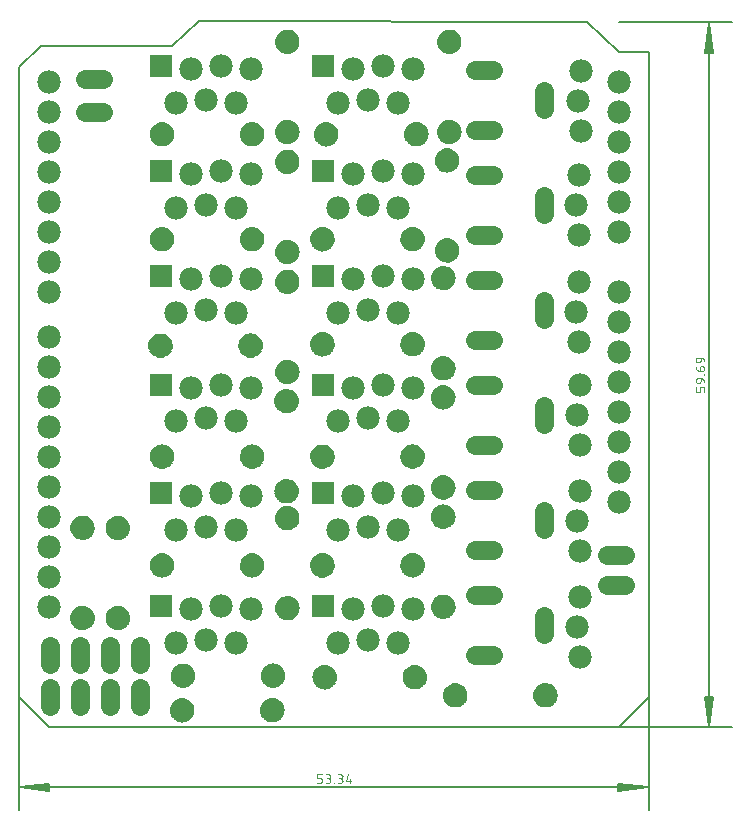
<source format=gbs>
G75*
%MOIN*%
%OFA0B0*%
%FSLAX25Y25*%
%IPPOS*%
%LPD*%
%AMOC8*
5,1,8,0,0,1.08239X$1,22.5*
%
%ADD10C,0.00600*%
%ADD11C,0.00512*%
%ADD12C,0.00300*%
%ADD13C,0.07800*%
%ADD14C,0.06400*%
%ADD15C,0.00500*%
%ADD16R,0.07800X0.07800*%
D10*
X0015000Y0028933D02*
X0005000Y0038933D01*
X0005000Y0248933D01*
X0012500Y0255933D01*
X0056000Y0255933D01*
X0065000Y0264433D01*
X0194500Y0263933D01*
X0205000Y0253933D01*
X0215000Y0253933D01*
X0215000Y0038933D01*
X0205000Y0028933D01*
X0015000Y0028933D01*
D11*
X0005000Y0038933D02*
X0005000Y0001256D01*
X0005256Y0008933D02*
X0015236Y0007909D01*
X0015236Y0007676D02*
X0005256Y0008933D01*
X0015236Y0009957D01*
X0015236Y0010190D02*
X0015236Y0007676D01*
X0015236Y0008421D02*
X0005256Y0008933D01*
X0015236Y0009445D01*
X0015236Y0010190D02*
X0005256Y0008933D01*
X0214744Y0008933D01*
X0204764Y0007909D01*
X0204764Y0007676D02*
X0214744Y0008933D01*
X0204764Y0009957D01*
X0204764Y0010190D02*
X0204764Y0007676D01*
X0204764Y0008421D02*
X0214744Y0008933D01*
X0204764Y0009445D01*
X0204764Y0010190D02*
X0214744Y0008933D01*
X0215000Y0001256D02*
X0215000Y0038933D01*
X0205000Y0028933D02*
X0242677Y0028933D01*
X0235000Y0029189D02*
X0236024Y0039169D01*
X0236257Y0039169D02*
X0235000Y0029189D01*
X0233976Y0039169D01*
X0233743Y0039169D02*
X0236257Y0039169D01*
X0235512Y0039169D02*
X0235000Y0029189D01*
X0234488Y0039169D01*
X0233743Y0039169D02*
X0235000Y0029189D01*
X0235000Y0263677D01*
X0236024Y0253697D01*
X0236257Y0253697D02*
X0235000Y0263677D01*
X0233976Y0253697D01*
X0233743Y0253697D02*
X0236257Y0253697D01*
X0235512Y0253697D02*
X0235000Y0263677D01*
X0234488Y0253697D01*
X0233743Y0253697D02*
X0235000Y0263677D01*
X0242677Y0263933D02*
X0205000Y0263933D01*
D12*
X0231444Y0152223D02*
X0232249Y0152223D01*
X0232249Y0151256D01*
X0232249Y0152223D02*
X0232319Y0152221D01*
X0232388Y0152215D01*
X0232458Y0152206D01*
X0232526Y0152193D01*
X0232594Y0152176D01*
X0232661Y0152156D01*
X0232726Y0152131D01*
X0232790Y0152104D01*
X0232853Y0152073D01*
X0232914Y0152038D01*
X0232972Y0152001D01*
X0233029Y0151960D01*
X0233083Y0151916D01*
X0233135Y0151870D01*
X0233185Y0151820D01*
X0233231Y0151768D01*
X0233275Y0151714D01*
X0233316Y0151657D01*
X0233353Y0151599D01*
X0233388Y0151538D01*
X0233419Y0151475D01*
X0233446Y0151411D01*
X0233471Y0151346D01*
X0233491Y0151279D01*
X0233508Y0151211D01*
X0233521Y0151143D01*
X0233530Y0151073D01*
X0233536Y0151004D01*
X0233538Y0150934D01*
X0232733Y0149343D02*
X0232572Y0149343D01*
X0232524Y0149341D01*
X0232476Y0149336D01*
X0232429Y0149327D01*
X0232382Y0149314D01*
X0232337Y0149298D01*
X0232293Y0149279D01*
X0232250Y0149257D01*
X0232209Y0149231D01*
X0232170Y0149203D01*
X0232134Y0149171D01*
X0232100Y0149137D01*
X0232069Y0149101D01*
X0232040Y0149062D01*
X0232014Y0149021D01*
X0231992Y0148978D01*
X0231973Y0148934D01*
X0231957Y0148889D01*
X0231944Y0148842D01*
X0231935Y0148795D01*
X0231930Y0148747D01*
X0231928Y0148699D01*
X0231927Y0148699D02*
X0231927Y0147732D01*
X0232733Y0147732D01*
X0232733Y0147731D02*
X0232788Y0147733D01*
X0232843Y0147739D01*
X0232897Y0147748D01*
X0232950Y0147761D01*
X0233003Y0147778D01*
X0233054Y0147798D01*
X0233104Y0147821D01*
X0233152Y0147848D01*
X0233198Y0147879D01*
X0233242Y0147912D01*
X0233283Y0147948D01*
X0233322Y0147987D01*
X0233358Y0148028D01*
X0233391Y0148072D01*
X0233422Y0148118D01*
X0233449Y0148166D01*
X0233472Y0148216D01*
X0233492Y0148267D01*
X0233509Y0148320D01*
X0233522Y0148373D01*
X0233531Y0148427D01*
X0233537Y0148482D01*
X0233539Y0148537D01*
X0233537Y0148592D01*
X0233531Y0148647D01*
X0233522Y0148701D01*
X0233509Y0148754D01*
X0233492Y0148807D01*
X0233472Y0148858D01*
X0233449Y0148908D01*
X0233422Y0148956D01*
X0233391Y0149002D01*
X0233358Y0149046D01*
X0233322Y0149087D01*
X0233283Y0149126D01*
X0233242Y0149162D01*
X0233198Y0149195D01*
X0233152Y0149226D01*
X0233104Y0149253D01*
X0233054Y0149276D01*
X0233003Y0149296D01*
X0232950Y0149313D01*
X0232897Y0149326D01*
X0232843Y0149335D01*
X0232788Y0149341D01*
X0232733Y0149343D01*
X0231927Y0147732D02*
X0231857Y0147734D01*
X0231788Y0147740D01*
X0231718Y0147749D01*
X0231650Y0147762D01*
X0231582Y0147779D01*
X0231515Y0147799D01*
X0231450Y0147824D01*
X0231386Y0147851D01*
X0231323Y0147882D01*
X0231262Y0147917D01*
X0231204Y0147954D01*
X0231147Y0147995D01*
X0231093Y0148039D01*
X0231041Y0148085D01*
X0230991Y0148135D01*
X0230945Y0148187D01*
X0230901Y0148241D01*
X0230860Y0148298D01*
X0230823Y0148356D01*
X0230788Y0148417D01*
X0230757Y0148480D01*
X0230730Y0148544D01*
X0230705Y0148609D01*
X0230685Y0148676D01*
X0230668Y0148744D01*
X0230655Y0148812D01*
X0230646Y0148882D01*
X0230640Y0148951D01*
X0230638Y0149021D01*
X0231444Y0150612D02*
X0231605Y0150612D01*
X0231653Y0150614D01*
X0231701Y0150619D01*
X0231748Y0150628D01*
X0231795Y0150641D01*
X0231840Y0150657D01*
X0231884Y0150676D01*
X0231927Y0150698D01*
X0231968Y0150724D01*
X0232007Y0150753D01*
X0232043Y0150784D01*
X0232077Y0150818D01*
X0232108Y0150854D01*
X0232137Y0150893D01*
X0232163Y0150934D01*
X0232185Y0150977D01*
X0232204Y0151021D01*
X0232220Y0151066D01*
X0232233Y0151113D01*
X0232242Y0151160D01*
X0232247Y0151208D01*
X0232249Y0151256D01*
X0231444Y0150611D02*
X0231389Y0150613D01*
X0231334Y0150619D01*
X0231280Y0150628D01*
X0231227Y0150641D01*
X0231174Y0150658D01*
X0231123Y0150678D01*
X0231073Y0150701D01*
X0231025Y0150728D01*
X0230979Y0150759D01*
X0230935Y0150792D01*
X0230894Y0150828D01*
X0230855Y0150867D01*
X0230819Y0150908D01*
X0230786Y0150952D01*
X0230755Y0150998D01*
X0230728Y0151046D01*
X0230705Y0151096D01*
X0230685Y0151147D01*
X0230668Y0151200D01*
X0230655Y0151253D01*
X0230646Y0151307D01*
X0230640Y0151362D01*
X0230638Y0151417D01*
X0230640Y0151472D01*
X0230646Y0151527D01*
X0230655Y0151581D01*
X0230668Y0151634D01*
X0230685Y0151687D01*
X0230705Y0151738D01*
X0230728Y0151788D01*
X0230755Y0151836D01*
X0230786Y0151882D01*
X0230819Y0151926D01*
X0230855Y0151967D01*
X0230894Y0152006D01*
X0230935Y0152042D01*
X0230979Y0152075D01*
X0231025Y0152106D01*
X0231073Y0152133D01*
X0231123Y0152156D01*
X0231174Y0152176D01*
X0231227Y0152193D01*
X0231280Y0152206D01*
X0231334Y0152215D01*
X0231389Y0152221D01*
X0231444Y0152223D01*
X0233377Y0146602D02*
X0233538Y0146602D01*
X0233538Y0146441D01*
X0233377Y0146441D01*
X0233377Y0146602D01*
X0232249Y0145311D02*
X0231444Y0145311D01*
X0232249Y0145311D02*
X0232249Y0144344D01*
X0232249Y0145311D02*
X0232319Y0145309D01*
X0232388Y0145303D01*
X0232458Y0145294D01*
X0232526Y0145281D01*
X0232594Y0145264D01*
X0232661Y0145244D01*
X0232726Y0145219D01*
X0232790Y0145192D01*
X0232853Y0145161D01*
X0232914Y0145126D01*
X0232972Y0145089D01*
X0233029Y0145048D01*
X0233083Y0145004D01*
X0233135Y0144958D01*
X0233185Y0144908D01*
X0233231Y0144856D01*
X0233275Y0144802D01*
X0233316Y0144745D01*
X0233353Y0144687D01*
X0233388Y0144626D01*
X0233419Y0144563D01*
X0233446Y0144499D01*
X0233471Y0144434D01*
X0233491Y0144367D01*
X0233508Y0144299D01*
X0233521Y0144231D01*
X0233530Y0144161D01*
X0233536Y0144092D01*
X0233538Y0144022D01*
X0232894Y0142431D02*
X0232572Y0142431D01*
X0232521Y0142429D01*
X0232471Y0142423D01*
X0232422Y0142413D01*
X0232373Y0142399D01*
X0232326Y0142382D01*
X0232280Y0142361D01*
X0232236Y0142336D01*
X0232193Y0142308D01*
X0232154Y0142277D01*
X0232117Y0142242D01*
X0232082Y0142205D01*
X0232051Y0142166D01*
X0232023Y0142123D01*
X0231998Y0142079D01*
X0231977Y0142033D01*
X0231960Y0141986D01*
X0231946Y0141937D01*
X0231936Y0141888D01*
X0231930Y0141838D01*
X0231928Y0141787D01*
X0231927Y0141787D02*
X0231927Y0140820D01*
X0230638Y0140820D01*
X0230638Y0142431D01*
X0231444Y0143700D02*
X0231605Y0143700D01*
X0231653Y0143702D01*
X0231701Y0143707D01*
X0231748Y0143716D01*
X0231795Y0143729D01*
X0231840Y0143745D01*
X0231884Y0143764D01*
X0231927Y0143786D01*
X0231968Y0143812D01*
X0232007Y0143841D01*
X0232043Y0143872D01*
X0232077Y0143906D01*
X0232108Y0143942D01*
X0232137Y0143981D01*
X0232163Y0144022D01*
X0232185Y0144065D01*
X0232204Y0144109D01*
X0232220Y0144154D01*
X0232233Y0144201D01*
X0232242Y0144248D01*
X0232247Y0144296D01*
X0232249Y0144344D01*
X0231444Y0143699D02*
X0231389Y0143701D01*
X0231334Y0143707D01*
X0231280Y0143716D01*
X0231227Y0143729D01*
X0231174Y0143746D01*
X0231123Y0143766D01*
X0231073Y0143789D01*
X0231025Y0143816D01*
X0230979Y0143847D01*
X0230935Y0143880D01*
X0230894Y0143916D01*
X0230855Y0143955D01*
X0230819Y0143996D01*
X0230786Y0144040D01*
X0230755Y0144086D01*
X0230728Y0144134D01*
X0230705Y0144184D01*
X0230685Y0144235D01*
X0230668Y0144288D01*
X0230655Y0144341D01*
X0230646Y0144395D01*
X0230640Y0144450D01*
X0230638Y0144505D01*
X0230640Y0144560D01*
X0230646Y0144615D01*
X0230655Y0144669D01*
X0230668Y0144722D01*
X0230685Y0144775D01*
X0230705Y0144826D01*
X0230728Y0144876D01*
X0230755Y0144924D01*
X0230786Y0144970D01*
X0230819Y0145014D01*
X0230855Y0145055D01*
X0230894Y0145094D01*
X0230935Y0145130D01*
X0230979Y0145163D01*
X0231025Y0145194D01*
X0231073Y0145221D01*
X0231123Y0145244D01*
X0231174Y0145264D01*
X0231227Y0145281D01*
X0231280Y0145294D01*
X0231334Y0145303D01*
X0231389Y0145309D01*
X0231444Y0145311D01*
X0232894Y0142431D02*
X0232942Y0142429D01*
X0232990Y0142424D01*
X0233037Y0142415D01*
X0233084Y0142402D01*
X0233129Y0142386D01*
X0233173Y0142367D01*
X0233216Y0142345D01*
X0233257Y0142319D01*
X0233296Y0142290D01*
X0233332Y0142259D01*
X0233366Y0142225D01*
X0233397Y0142189D01*
X0233426Y0142150D01*
X0233452Y0142109D01*
X0233474Y0142066D01*
X0233493Y0142022D01*
X0233509Y0141977D01*
X0233522Y0141930D01*
X0233531Y0141883D01*
X0233536Y0141835D01*
X0233538Y0141787D01*
X0233538Y0140820D01*
X0114823Y0013295D02*
X0114179Y0011039D01*
X0115790Y0011039D01*
X0115307Y0011684D02*
X0115307Y0010395D01*
X0112266Y0012006D02*
X0111621Y0012006D01*
X0112266Y0012006D02*
X0112315Y0012008D01*
X0112364Y0012014D01*
X0112413Y0012023D01*
X0112460Y0012036D01*
X0112507Y0012053D01*
X0112552Y0012073D01*
X0112595Y0012096D01*
X0112637Y0012123D01*
X0112676Y0012153D01*
X0112713Y0012186D01*
X0112747Y0012222D01*
X0112778Y0012260D01*
X0112807Y0012300D01*
X0112832Y0012342D01*
X0112854Y0012387D01*
X0112872Y0012432D01*
X0112887Y0012479D01*
X0112898Y0012527D01*
X0112906Y0012576D01*
X0112910Y0012625D01*
X0112910Y0012675D01*
X0112906Y0012724D01*
X0112898Y0012773D01*
X0112887Y0012821D01*
X0112872Y0012868D01*
X0112854Y0012913D01*
X0112832Y0012958D01*
X0112807Y0013000D01*
X0112778Y0013040D01*
X0112747Y0013078D01*
X0112713Y0013114D01*
X0112676Y0013147D01*
X0112637Y0013177D01*
X0112595Y0013204D01*
X0112552Y0013227D01*
X0112507Y0013247D01*
X0112460Y0013264D01*
X0112413Y0013277D01*
X0112364Y0013286D01*
X0112315Y0013292D01*
X0112266Y0013294D01*
X0112266Y0013295D02*
X0111299Y0013295D01*
X0112104Y0012006D02*
X0112159Y0012004D01*
X0112214Y0011998D01*
X0112268Y0011989D01*
X0112321Y0011976D01*
X0112374Y0011959D01*
X0112425Y0011939D01*
X0112475Y0011916D01*
X0112523Y0011889D01*
X0112569Y0011858D01*
X0112613Y0011825D01*
X0112654Y0011789D01*
X0112693Y0011750D01*
X0112729Y0011709D01*
X0112762Y0011665D01*
X0112793Y0011619D01*
X0112820Y0011571D01*
X0112843Y0011521D01*
X0112863Y0011470D01*
X0112880Y0011417D01*
X0112893Y0011364D01*
X0112902Y0011310D01*
X0112908Y0011255D01*
X0112910Y0011200D01*
X0112908Y0011145D01*
X0112902Y0011090D01*
X0112893Y0011036D01*
X0112880Y0010983D01*
X0112863Y0010930D01*
X0112843Y0010879D01*
X0112820Y0010829D01*
X0112793Y0010781D01*
X0112762Y0010735D01*
X0112729Y0010691D01*
X0112693Y0010650D01*
X0112654Y0010611D01*
X0112613Y0010575D01*
X0112569Y0010542D01*
X0112523Y0010511D01*
X0112475Y0010484D01*
X0112425Y0010461D01*
X0112374Y0010441D01*
X0112321Y0010424D01*
X0112268Y0010411D01*
X0112214Y0010402D01*
X0112159Y0010396D01*
X0112104Y0010394D01*
X0112104Y0010395D02*
X0111299Y0010395D01*
X0110169Y0010395D02*
X0110008Y0010395D01*
X0110008Y0010556D01*
X0110169Y0010556D01*
X0110169Y0010395D01*
X0108072Y0010395D02*
X0107267Y0010395D01*
X0108072Y0010394D02*
X0108127Y0010396D01*
X0108182Y0010402D01*
X0108236Y0010411D01*
X0108289Y0010424D01*
X0108342Y0010441D01*
X0108393Y0010461D01*
X0108443Y0010484D01*
X0108491Y0010511D01*
X0108537Y0010542D01*
X0108581Y0010575D01*
X0108622Y0010611D01*
X0108661Y0010650D01*
X0108697Y0010691D01*
X0108730Y0010735D01*
X0108761Y0010781D01*
X0108788Y0010829D01*
X0108811Y0010879D01*
X0108831Y0010930D01*
X0108848Y0010983D01*
X0108861Y0011036D01*
X0108870Y0011090D01*
X0108876Y0011145D01*
X0108878Y0011200D01*
X0108876Y0011255D01*
X0108870Y0011310D01*
X0108861Y0011364D01*
X0108848Y0011417D01*
X0108831Y0011470D01*
X0108811Y0011521D01*
X0108788Y0011571D01*
X0108761Y0011619D01*
X0108730Y0011665D01*
X0108697Y0011709D01*
X0108661Y0011750D01*
X0108622Y0011789D01*
X0108581Y0011825D01*
X0108537Y0011858D01*
X0108491Y0011889D01*
X0108443Y0011916D01*
X0108393Y0011939D01*
X0108342Y0011959D01*
X0108289Y0011976D01*
X0108236Y0011989D01*
X0108182Y0011998D01*
X0108127Y0012004D01*
X0108072Y0012006D01*
X0108234Y0012006D02*
X0107589Y0012006D01*
X0108234Y0012006D02*
X0108283Y0012008D01*
X0108332Y0012014D01*
X0108381Y0012023D01*
X0108428Y0012036D01*
X0108475Y0012053D01*
X0108520Y0012073D01*
X0108563Y0012096D01*
X0108605Y0012123D01*
X0108644Y0012153D01*
X0108681Y0012186D01*
X0108715Y0012222D01*
X0108746Y0012260D01*
X0108775Y0012300D01*
X0108800Y0012342D01*
X0108822Y0012387D01*
X0108840Y0012432D01*
X0108855Y0012479D01*
X0108866Y0012527D01*
X0108874Y0012576D01*
X0108878Y0012625D01*
X0108878Y0012675D01*
X0108874Y0012724D01*
X0108866Y0012773D01*
X0108855Y0012821D01*
X0108840Y0012868D01*
X0108822Y0012913D01*
X0108800Y0012958D01*
X0108775Y0013000D01*
X0108746Y0013040D01*
X0108715Y0013078D01*
X0108681Y0013114D01*
X0108644Y0013147D01*
X0108605Y0013177D01*
X0108563Y0013204D01*
X0108520Y0013227D01*
X0108475Y0013247D01*
X0108428Y0013264D01*
X0108381Y0013277D01*
X0108332Y0013286D01*
X0108283Y0013292D01*
X0108234Y0013294D01*
X0108234Y0013295D02*
X0107267Y0013295D01*
X0105998Y0013295D02*
X0104387Y0013295D01*
X0104387Y0012006D01*
X0105354Y0012006D01*
X0105402Y0012004D01*
X0105450Y0011999D01*
X0105497Y0011990D01*
X0105544Y0011977D01*
X0105589Y0011961D01*
X0105633Y0011942D01*
X0105676Y0011920D01*
X0105717Y0011894D01*
X0105756Y0011865D01*
X0105792Y0011834D01*
X0105826Y0011800D01*
X0105857Y0011764D01*
X0105886Y0011725D01*
X0105912Y0011684D01*
X0105934Y0011641D01*
X0105953Y0011597D01*
X0105969Y0011552D01*
X0105982Y0011505D01*
X0105991Y0011458D01*
X0105996Y0011410D01*
X0105998Y0011362D01*
X0105998Y0011039D01*
X0105996Y0010991D01*
X0105991Y0010943D01*
X0105982Y0010896D01*
X0105969Y0010849D01*
X0105953Y0010804D01*
X0105934Y0010760D01*
X0105912Y0010717D01*
X0105886Y0010676D01*
X0105857Y0010637D01*
X0105826Y0010601D01*
X0105792Y0010567D01*
X0105756Y0010536D01*
X0105717Y0010507D01*
X0105676Y0010481D01*
X0105633Y0010459D01*
X0105589Y0010440D01*
X0105544Y0010424D01*
X0105497Y0010411D01*
X0105450Y0010402D01*
X0105402Y0010397D01*
X0105354Y0010395D01*
X0104387Y0010395D01*
D13*
X0111250Y0057183D03*
X0121250Y0058183D03*
X0131250Y0057183D03*
X0136250Y0068433D03*
X0126250Y0069433D03*
X0116250Y0068433D03*
X0111250Y0094683D03*
X0121250Y0095683D03*
X0131250Y0094683D03*
X0136250Y0105933D03*
X0126250Y0106933D03*
X0116250Y0105933D03*
X0111250Y0130933D03*
X0121250Y0131933D03*
X0131250Y0130933D03*
X0136250Y0142183D03*
X0126250Y0143183D03*
X0116250Y0142183D03*
X0111250Y0167183D03*
X0121250Y0168183D03*
X0131250Y0167183D03*
X0136250Y0178433D03*
X0126250Y0179433D03*
X0116250Y0178433D03*
X0111250Y0202183D03*
X0121250Y0203183D03*
X0131250Y0202183D03*
X0136250Y0213433D03*
X0126250Y0214433D03*
X0116250Y0213433D03*
X0111250Y0237183D03*
X0121250Y0238183D03*
X0131250Y0237183D03*
X0136250Y0248433D03*
X0126250Y0249433D03*
X0116250Y0248433D03*
X0082500Y0248433D03*
X0072500Y0249433D03*
X0062500Y0248433D03*
X0067500Y0238183D03*
X0057500Y0237183D03*
X0077500Y0237183D03*
X0072500Y0214433D03*
X0062500Y0213433D03*
X0067500Y0203183D03*
X0057500Y0202183D03*
X0077500Y0202183D03*
X0082500Y0213433D03*
X0082500Y0178433D03*
X0072500Y0179433D03*
X0062500Y0178433D03*
X0067500Y0168183D03*
X0057500Y0167183D03*
X0077500Y0167183D03*
X0072500Y0143183D03*
X0062500Y0142183D03*
X0067500Y0131933D03*
X0057500Y0130933D03*
X0077500Y0130933D03*
X0082500Y0142183D03*
X0072500Y0106933D03*
X0062500Y0105933D03*
X0067500Y0095683D03*
X0057500Y0094683D03*
X0077500Y0094683D03*
X0082500Y0105933D03*
X0072500Y0069433D03*
X0062500Y0068433D03*
X0067500Y0058183D03*
X0057500Y0057183D03*
X0077500Y0057183D03*
X0082500Y0068433D03*
X0015000Y0068933D03*
X0015000Y0078933D03*
X0015000Y0088933D03*
X0015000Y0098933D03*
X0015000Y0108933D03*
X0015000Y0118933D03*
X0015000Y0128933D03*
X0015000Y0138933D03*
X0015000Y0148933D03*
X0015000Y0158933D03*
X0015000Y0173933D03*
X0015000Y0183933D03*
X0015000Y0193933D03*
X0015000Y0203933D03*
X0015000Y0213933D03*
X0015000Y0223933D03*
X0015000Y0233933D03*
X0015000Y0243933D03*
X0191250Y0237683D03*
X0192250Y0227683D03*
X0191750Y0213183D03*
X0190750Y0203183D03*
X0191750Y0193183D03*
X0205000Y0193933D03*
X0205000Y0203933D03*
X0205000Y0213933D03*
X0205000Y0223933D03*
X0205000Y0233933D03*
X0205000Y0243933D03*
X0192250Y0247683D03*
X0191750Y0177433D03*
X0190750Y0167433D03*
X0191750Y0157433D03*
X0205000Y0153933D03*
X0205000Y0143933D03*
X0205000Y0133933D03*
X0205000Y0123933D03*
X0205000Y0113933D03*
X0205000Y0103933D03*
X0192000Y0107683D03*
X0191000Y0097683D03*
X0192000Y0087683D03*
X0192000Y0072433D03*
X0191000Y0062433D03*
X0192000Y0052433D03*
X0192000Y0122933D03*
X0191000Y0132933D03*
X0192000Y0142933D03*
X0205000Y0163933D03*
X0205000Y0173933D03*
D14*
X0180000Y0170933D02*
X0180000Y0164933D01*
X0163000Y0157933D02*
X0157000Y0157933D01*
X0157000Y0142933D02*
X0163000Y0142933D01*
X0180000Y0135933D02*
X0180000Y0129933D01*
X0163000Y0122933D02*
X0157000Y0122933D01*
X0157000Y0107933D02*
X0163000Y0107933D01*
X0180000Y0100933D02*
X0180000Y0094933D01*
X0163000Y0087933D02*
X0157000Y0087933D01*
X0157000Y0072933D02*
X0163000Y0072933D01*
X0180000Y0065933D02*
X0180000Y0059933D01*
X0163000Y0052933D02*
X0157000Y0052933D01*
X0201000Y0076433D02*
X0207000Y0076433D01*
X0207000Y0086433D02*
X0201000Y0086433D01*
X0163000Y0177933D02*
X0157000Y0177933D01*
X0157000Y0192933D02*
X0163000Y0192933D01*
X0180000Y0199933D02*
X0180000Y0205933D01*
X0163000Y0212933D02*
X0157000Y0212933D01*
X0157000Y0227933D02*
X0163000Y0227933D01*
X0180000Y0234933D02*
X0180000Y0240933D01*
X0163000Y0247933D02*
X0157000Y0247933D01*
X0033000Y0245183D02*
X0027000Y0245183D01*
X0027000Y0234183D02*
X0033000Y0234183D01*
X0035250Y0055933D02*
X0035250Y0049933D01*
X0035250Y0042183D02*
X0035250Y0036183D01*
X0025250Y0036183D02*
X0025250Y0042183D01*
X0025250Y0049933D02*
X0025250Y0055933D01*
X0015250Y0055933D02*
X0015250Y0049933D01*
X0015250Y0042183D02*
X0015250Y0036183D01*
X0045250Y0036183D02*
X0045250Y0042183D01*
X0045250Y0049933D02*
X0045250Y0055933D01*
D15*
X0040382Y0062515D02*
X0039835Y0062144D01*
X0039231Y0061873D01*
X0038590Y0061711D01*
X0037930Y0061663D01*
X0037211Y0061742D01*
X0036521Y0061959D01*
X0035886Y0062307D01*
X0035332Y0062772D01*
X0034879Y0063336D01*
X0034545Y0063978D01*
X0034343Y0064673D01*
X0034280Y0065393D01*
X0034342Y0066118D01*
X0034543Y0066817D01*
X0034878Y0067463D01*
X0035331Y0068031D01*
X0035887Y0068500D01*
X0036524Y0068851D01*
X0037217Y0069072D01*
X0037940Y0069153D01*
X0038600Y0069103D01*
X0039241Y0068939D01*
X0039844Y0068667D01*
X0040390Y0068294D01*
X0040863Y0067832D01*
X0041249Y0067295D01*
X0041536Y0066698D01*
X0041715Y0066061D01*
X0041780Y0065403D01*
X0041713Y0064745D01*
X0041533Y0064108D01*
X0041244Y0063513D01*
X0040857Y0062976D01*
X0040382Y0062515D01*
X0040092Y0062318D02*
X0035873Y0062318D01*
X0035296Y0062817D02*
X0040693Y0062817D01*
X0041102Y0063315D02*
X0034896Y0063315D01*
X0034631Y0063814D02*
X0041390Y0063814D01*
X0041590Y0064312D02*
X0034448Y0064312D01*
X0034331Y0064811D02*
X0041720Y0064811D01*
X0041771Y0065310D02*
X0034287Y0065310D01*
X0034315Y0065808D02*
X0041740Y0065808D01*
X0041646Y0066307D02*
X0034396Y0066307D01*
X0034540Y0066805D02*
X0041485Y0066805D01*
X0041243Y0067304D02*
X0034795Y0067304D01*
X0035149Y0067802D02*
X0040885Y0067802D01*
X0040381Y0068301D02*
X0035651Y0068301D01*
X0036429Y0068799D02*
X0039552Y0068799D01*
X0039021Y0061820D02*
X0036962Y0061820D01*
X0029737Y0064019D02*
X0029402Y0063373D01*
X0028948Y0062805D01*
X0028392Y0062336D01*
X0027756Y0061985D01*
X0027063Y0061764D01*
X0026340Y0061683D01*
X0025680Y0061733D01*
X0025039Y0061897D01*
X0024436Y0062169D01*
X0023890Y0062542D01*
X0023416Y0063004D01*
X0023031Y0063542D01*
X0022744Y0064138D01*
X0022565Y0064775D01*
X0022500Y0065433D01*
X0022567Y0066091D01*
X0022747Y0066728D01*
X0023036Y0067323D01*
X0023423Y0067860D01*
X0023898Y0068321D01*
X0024445Y0068692D01*
X0025049Y0068963D01*
X0025690Y0069125D01*
X0026350Y0069173D01*
X0027069Y0069095D01*
X0027759Y0068877D01*
X0028394Y0068529D01*
X0028948Y0068064D01*
X0029401Y0067500D01*
X0029735Y0066858D01*
X0029937Y0066164D01*
X0030000Y0065443D01*
X0029938Y0064718D01*
X0029737Y0064019D01*
X0029630Y0063814D02*
X0022900Y0063814D01*
X0022695Y0064312D02*
X0029821Y0064312D01*
X0029946Y0064811D02*
X0022561Y0064811D01*
X0022512Y0065310D02*
X0029989Y0065310D01*
X0029968Y0065808D02*
X0022538Y0065808D01*
X0022628Y0066307D02*
X0029895Y0066307D01*
X0029750Y0066805D02*
X0022785Y0066805D01*
X0023026Y0067304D02*
X0029503Y0067304D01*
X0029158Y0067802D02*
X0023381Y0067802D01*
X0023877Y0068301D02*
X0028666Y0068301D01*
X0027902Y0068799D02*
X0024683Y0068799D01*
X0023193Y0063315D02*
X0029356Y0063315D01*
X0028958Y0062817D02*
X0023608Y0062817D01*
X0024217Y0062318D02*
X0028360Y0062318D01*
X0027237Y0061820D02*
X0025340Y0061820D01*
X0049653Y0080791D02*
X0049302Y0081427D01*
X0049081Y0082121D01*
X0049000Y0082843D01*
X0049050Y0083503D01*
X0049214Y0084144D01*
X0049486Y0084747D01*
X0049859Y0085293D01*
X0050321Y0085767D01*
X0050859Y0086153D01*
X0051455Y0086439D01*
X0052092Y0086618D01*
X0052750Y0086683D01*
X0053408Y0086616D01*
X0054045Y0086436D01*
X0054640Y0086147D01*
X0055177Y0085760D01*
X0055638Y0085286D01*
X0056009Y0084738D01*
X0056280Y0084134D01*
X0056442Y0083493D01*
X0056490Y0082833D01*
X0056412Y0082114D01*
X0056194Y0081424D01*
X0055846Y0080790D01*
X0055381Y0080235D01*
X0054817Y0079782D01*
X0054175Y0079448D01*
X0053481Y0079246D01*
X0052760Y0079183D01*
X0052035Y0079245D01*
X0051336Y0079446D01*
X0050690Y0079781D01*
X0050122Y0080235D01*
X0049653Y0080791D01*
X0049676Y0080763D02*
X0055824Y0080763D01*
X0056105Y0081262D02*
X0049393Y0081262D01*
X0049196Y0081760D02*
X0056300Y0081760D01*
X0056427Y0082259D02*
X0049066Y0082259D01*
X0049010Y0082757D02*
X0056482Y0082757D01*
X0056459Y0083256D02*
X0049031Y0083256D01*
X0049114Y0083754D02*
X0056376Y0083754D01*
X0056227Y0084253D02*
X0049263Y0084253D01*
X0049489Y0084751D02*
X0056000Y0084751D01*
X0055662Y0085250D02*
X0049829Y0085250D01*
X0050303Y0085748D02*
X0055188Y0085748D01*
X0054435Y0086247D02*
X0051055Y0086247D01*
X0050097Y0080265D02*
X0055406Y0080265D01*
X0054786Y0079766D02*
X0050718Y0079766D01*
X0051955Y0079268D02*
X0053555Y0079268D01*
X0040540Y0092728D02*
X0035391Y0092728D01*
X0035302Y0092802D02*
X0034849Y0093366D01*
X0034515Y0094008D01*
X0034313Y0094702D01*
X0034250Y0095423D01*
X0034312Y0096148D01*
X0034513Y0096847D01*
X0034848Y0097493D01*
X0035302Y0098061D01*
X0035858Y0098530D01*
X0036494Y0098881D01*
X0037187Y0099102D01*
X0037910Y0099183D01*
X0038570Y0099133D01*
X0039211Y0098969D01*
X0039814Y0098697D01*
X0040360Y0098324D01*
X0040834Y0097862D01*
X0041219Y0097325D01*
X0041506Y0096728D01*
X0041685Y0096091D01*
X0041750Y0095433D01*
X0041683Y0094775D01*
X0041503Y0094138D01*
X0041214Y0093543D01*
X0040827Y0093006D01*
X0040352Y0092545D01*
X0039805Y0092174D01*
X0039201Y0091903D01*
X0038560Y0091741D01*
X0037900Y0091693D01*
X0037181Y0091772D01*
X0036491Y0091989D01*
X0035856Y0092337D01*
X0035302Y0092802D01*
X0034962Y0093226D02*
X0040986Y0093226D01*
X0041302Y0093725D02*
X0034663Y0093725D01*
X0034453Y0094223D02*
X0041527Y0094223D01*
X0041668Y0094722D02*
X0034311Y0094722D01*
X0034268Y0095220D02*
X0041729Y0095220D01*
X0041722Y0095719D02*
X0034275Y0095719D01*
X0034332Y0096217D02*
X0041650Y0096217D01*
X0041510Y0096716D02*
X0034476Y0096716D01*
X0034704Y0097214D02*
X0041272Y0097214D01*
X0040941Y0097713D02*
X0035023Y0097713D01*
X0035480Y0098211D02*
X0040476Y0098211D01*
X0039786Y0098710D02*
X0036183Y0098710D01*
X0029705Y0096888D02*
X0029907Y0096194D01*
X0029970Y0095473D01*
X0029908Y0094748D01*
X0029707Y0094049D01*
X0029372Y0093403D01*
X0028919Y0092835D01*
X0028363Y0092366D01*
X0027726Y0092015D01*
X0027033Y0091794D01*
X0026310Y0091713D01*
X0025650Y0091763D01*
X0025009Y0091927D01*
X0024406Y0092199D01*
X0023860Y0092572D01*
X0023387Y0093034D01*
X0023001Y0093572D01*
X0022714Y0094168D01*
X0022535Y0094805D01*
X0022470Y0095463D01*
X0022537Y0096121D01*
X0022717Y0096758D01*
X0023006Y0097353D01*
X0023393Y0097890D01*
X0023868Y0098351D01*
X0024415Y0098722D01*
X0025019Y0098993D01*
X0025660Y0099155D01*
X0026320Y0099203D01*
X0027039Y0099125D01*
X0027729Y0098907D01*
X0028364Y0098559D01*
X0028918Y0098094D01*
X0029371Y0097530D01*
X0029705Y0096888D01*
X0029755Y0096716D02*
X0022705Y0096716D01*
X0022564Y0096217D02*
X0029900Y0096217D01*
X0029949Y0095719D02*
X0022496Y0095719D01*
X0022494Y0095220D02*
X0029949Y0095220D01*
X0029901Y0094722D02*
X0022558Y0094722D01*
X0022698Y0094223D02*
X0029757Y0094223D01*
X0029539Y0093725D02*
X0022927Y0093725D01*
X0023249Y0093226D02*
X0029231Y0093226D01*
X0028791Y0092728D02*
X0023700Y0092728D01*
X0024362Y0092229D02*
X0028114Y0092229D01*
X0026464Y0091731D02*
X0026081Y0091731D01*
X0022938Y0097214D02*
X0029535Y0097214D01*
X0029224Y0097713D02*
X0023265Y0097713D01*
X0023724Y0098211D02*
X0028778Y0098211D01*
X0028089Y0098710D02*
X0024397Y0098710D01*
X0036053Y0092229D02*
X0039887Y0092229D01*
X0038417Y0091731D02*
X0037555Y0091731D01*
X0050690Y0116031D02*
X0050122Y0116485D01*
X0049653Y0117041D01*
X0049302Y0117677D01*
X0049081Y0118371D01*
X0049000Y0119093D01*
X0049050Y0119753D01*
X0049214Y0120394D01*
X0049486Y0120997D01*
X0049859Y0121543D01*
X0050321Y0122017D01*
X0050859Y0122403D01*
X0051455Y0122689D01*
X0052092Y0122868D01*
X0052750Y0122933D01*
X0053408Y0122866D01*
X0054045Y0122686D01*
X0054640Y0122397D01*
X0055177Y0122010D01*
X0055638Y0121536D01*
X0056009Y0120988D01*
X0056280Y0120384D01*
X0056442Y0119743D01*
X0056490Y0119083D01*
X0056412Y0118364D01*
X0056194Y0117674D01*
X0055846Y0117040D01*
X0055381Y0116485D01*
X0054817Y0116032D01*
X0054175Y0115698D01*
X0053481Y0115496D01*
X0052760Y0115433D01*
X0052035Y0115495D01*
X0051336Y0115696D01*
X0050690Y0116031D01*
X0050531Y0116158D02*
X0054973Y0116158D01*
X0055525Y0116656D02*
X0049977Y0116656D01*
X0049590Y0117155D02*
X0055909Y0117155D01*
X0056183Y0117653D02*
X0049315Y0117653D01*
X0049151Y0118152D02*
X0056345Y0118152D01*
X0056443Y0118650D02*
X0049050Y0118650D01*
X0049005Y0119149D02*
X0056485Y0119149D01*
X0056449Y0119647D02*
X0049042Y0119647D01*
X0049150Y0120146D02*
X0056340Y0120146D01*
X0056164Y0120644D02*
X0049327Y0120644D01*
X0049586Y0121143D02*
X0055904Y0121143D01*
X0055535Y0121641D02*
X0049955Y0121641D01*
X0050493Y0122140D02*
X0054997Y0122140D01*
X0054143Y0122638D02*
X0051349Y0122638D01*
X0051466Y0115659D02*
X0054041Y0115659D01*
X0079111Y0118400D02*
X0079030Y0119123D01*
X0079080Y0119783D01*
X0079244Y0120424D01*
X0079516Y0121027D01*
X0079889Y0121573D01*
X0080351Y0122047D01*
X0080888Y0122432D01*
X0081485Y0122719D01*
X0082122Y0122898D01*
X0082780Y0122963D01*
X0083438Y0122896D01*
X0084075Y0122716D01*
X0084670Y0122427D01*
X0085207Y0122040D01*
X0085668Y0121565D01*
X0086039Y0121018D01*
X0086310Y0120414D01*
X0086472Y0119773D01*
X0086520Y0119113D01*
X0086441Y0118394D01*
X0086224Y0117704D01*
X0085876Y0117069D01*
X0085411Y0116515D01*
X0084847Y0116062D01*
X0084205Y0115728D01*
X0083511Y0115526D01*
X0082790Y0115463D01*
X0082065Y0115525D01*
X0081366Y0115726D01*
X0080720Y0116061D01*
X0080152Y0116515D01*
X0079683Y0117071D01*
X0079332Y0117707D01*
X0079111Y0118400D01*
X0079083Y0118650D02*
X0086470Y0118650D01*
X0086517Y0119149D02*
X0079032Y0119149D01*
X0079070Y0119647D02*
X0086481Y0119647D01*
X0086378Y0120146D02*
X0079173Y0120146D01*
X0079343Y0120644D02*
X0086207Y0120644D01*
X0085954Y0121143D02*
X0079595Y0121143D01*
X0079955Y0121641D02*
X0085594Y0121641D01*
X0085068Y0122140D02*
X0080481Y0122140D01*
X0081317Y0122638D02*
X0084234Y0122638D01*
X0086365Y0118152D02*
X0079190Y0118152D01*
X0079362Y0117653D02*
X0086196Y0117653D01*
X0085923Y0117155D02*
X0079637Y0117155D01*
X0080033Y0116656D02*
X0085529Y0116656D01*
X0084966Y0116158D02*
X0080599Y0116158D01*
X0081599Y0115659D02*
X0083968Y0115659D01*
X0091128Y0109713D02*
X0090793Y0109067D01*
X0090592Y0108368D01*
X0090530Y0107643D01*
X0090593Y0106923D01*
X0090795Y0106228D01*
X0091129Y0105586D01*
X0091582Y0105022D01*
X0092136Y0104557D01*
X0092771Y0104209D01*
X0093461Y0103992D01*
X0094180Y0103913D01*
X0094840Y0103961D01*
X0095481Y0104123D01*
X0096085Y0104394D01*
X0096632Y0104765D01*
X0097107Y0105226D01*
X0097494Y0105763D01*
X0097783Y0106358D01*
X0097963Y0106995D01*
X0098030Y0107653D01*
X0097965Y0108311D01*
X0097786Y0108948D01*
X0097499Y0109545D01*
X0097113Y0110082D01*
X0096640Y0110544D01*
X0096094Y0110917D01*
X0095491Y0111189D01*
X0094850Y0111353D01*
X0094190Y0111403D01*
X0093467Y0111322D01*
X0092774Y0111101D01*
X0092137Y0110750D01*
X0091581Y0110281D01*
X0091128Y0109713D01*
X0091109Y0109677D02*
X0097404Y0109677D01*
X0097675Y0109179D02*
X0090851Y0109179D01*
X0090682Y0108680D02*
X0097861Y0108680D01*
X0097978Y0108181D02*
X0090576Y0108181D01*
X0090533Y0107683D02*
X0098027Y0107683D01*
X0097982Y0107184D02*
X0090570Y0107184D01*
X0090662Y0106686D02*
X0097875Y0106686D01*
X0097700Y0106187D02*
X0090816Y0106187D01*
X0091076Y0105689D02*
X0097441Y0105689D01*
X0097070Y0105190D02*
X0091447Y0105190D01*
X0091976Y0104692D02*
X0096524Y0104692D01*
X0095638Y0104193D02*
X0092820Y0104193D01*
X0093269Y0102243D02*
X0092665Y0101972D01*
X0092118Y0101601D01*
X0091643Y0101140D01*
X0091256Y0100603D01*
X0090967Y0100008D01*
X0090787Y0099371D01*
X0090720Y0098713D01*
X0090785Y0098055D01*
X0090964Y0097418D01*
X0091251Y0096822D01*
X0091637Y0096284D01*
X0092110Y0095822D01*
X0092656Y0095449D01*
X0093259Y0095177D01*
X0093900Y0095013D01*
X0094560Y0094963D01*
X0095283Y0095044D01*
X0095976Y0095265D01*
X0096613Y0095616D01*
X0097169Y0096085D01*
X0097622Y0096653D01*
X0097957Y0097299D01*
X0098158Y0097998D01*
X0098220Y0098723D01*
X0098157Y0099444D01*
X0097955Y0100138D01*
X0097621Y0100780D01*
X0097168Y0101344D01*
X0096614Y0101809D01*
X0095979Y0102157D01*
X0095289Y0102375D01*
X0094570Y0102453D01*
X0093910Y0102405D01*
X0093269Y0102243D01*
X0093171Y0102199D02*
X0095845Y0102199D01*
X0096743Y0101701D02*
X0092265Y0101701D01*
X0091708Y0101202D02*
X0097282Y0101202D01*
X0097660Y0100704D02*
X0091328Y0100704D01*
X0091063Y0100205D02*
X0097920Y0100205D01*
X0098080Y0099707D02*
X0090882Y0099707D01*
X0090770Y0099208D02*
X0098178Y0099208D01*
X0098219Y0098710D02*
X0090720Y0098710D01*
X0090770Y0098211D02*
X0098177Y0098211D01*
X0098076Y0097713D02*
X0090881Y0097713D01*
X0091062Y0097214D02*
X0097913Y0097214D01*
X0097655Y0096716D02*
X0091327Y0096716D01*
X0091705Y0096217D02*
X0097274Y0096217D01*
X0096734Y0095719D02*
X0092261Y0095719D01*
X0093163Y0095220D02*
X0095836Y0095220D01*
X0103589Y0085601D02*
X0104153Y0086054D01*
X0104795Y0086388D01*
X0105489Y0086590D01*
X0106210Y0086653D01*
X0106935Y0086592D01*
X0107634Y0086390D01*
X0108280Y0086055D01*
X0108848Y0085602D01*
X0109317Y0085046D01*
X0109668Y0084409D01*
X0109889Y0083716D01*
X0109970Y0082993D01*
X0109920Y0082333D01*
X0109756Y0081692D01*
X0109484Y0081089D01*
X0109111Y0080543D01*
X0108649Y0080070D01*
X0108112Y0079684D01*
X0107515Y0079397D01*
X0106878Y0079218D01*
X0106220Y0079153D01*
X0105562Y0079220D01*
X0104925Y0079400D01*
X0104330Y0079689D01*
X0103793Y0080076D01*
X0103332Y0080551D01*
X0102961Y0081098D01*
X0102690Y0081702D01*
X0102528Y0082343D01*
X0102480Y0083003D01*
X0102559Y0083722D01*
X0102776Y0084412D01*
X0103124Y0085047D01*
X0103589Y0085601D01*
X0103773Y0085748D02*
X0108664Y0085748D01*
X0109145Y0085250D02*
X0103294Y0085250D01*
X0102962Y0084751D02*
X0109479Y0084751D01*
X0109718Y0084253D02*
X0102726Y0084253D01*
X0102569Y0083754D02*
X0109876Y0083754D01*
X0109940Y0083256D02*
X0102508Y0083256D01*
X0102498Y0082757D02*
X0109952Y0082757D01*
X0109901Y0082259D02*
X0102549Y0082259D01*
X0102675Y0081760D02*
X0109774Y0081760D01*
X0109562Y0081262D02*
X0102887Y0081262D01*
X0103188Y0080763D02*
X0109262Y0080763D01*
X0108840Y0080265D02*
X0103610Y0080265D01*
X0104222Y0079766D02*
X0108227Y0079766D01*
X0107055Y0079268D02*
X0105393Y0079268D01*
X0104524Y0086247D02*
X0107910Y0086247D01*
X0096644Y0071779D02*
X0096009Y0072127D01*
X0095319Y0072345D01*
X0094600Y0072423D01*
X0093940Y0072375D01*
X0093299Y0072213D01*
X0092695Y0071942D01*
X0092148Y0071571D01*
X0091673Y0071110D01*
X0091286Y0070573D01*
X0090997Y0069978D01*
X0090817Y0069341D01*
X0090750Y0068683D01*
X0090815Y0068025D01*
X0090994Y0067388D01*
X0091281Y0066792D01*
X0091666Y0066254D01*
X0092140Y0065792D01*
X0092686Y0065419D01*
X0093289Y0065147D01*
X0093930Y0064983D01*
X0094590Y0064933D01*
X0095313Y0065014D01*
X0096006Y0065235D01*
X0096642Y0065586D01*
X0097198Y0066055D01*
X0097652Y0066623D01*
X0097987Y0067269D01*
X0098188Y0067968D01*
X0098250Y0068693D01*
X0098187Y0069414D01*
X0097985Y0070108D01*
X0097651Y0070750D01*
X0097198Y0071314D01*
X0096644Y0071779D01*
X0096624Y0071790D02*
X0092471Y0071790D01*
X0091860Y0071292D02*
X0097216Y0071292D01*
X0097616Y0070793D02*
X0091444Y0070793D01*
X0091151Y0070295D02*
X0097888Y0070295D01*
X0098076Y0069796D02*
X0090946Y0069796D01*
X0090812Y0069298D02*
X0098197Y0069298D01*
X0098241Y0068799D02*
X0090761Y0068799D01*
X0090788Y0068301D02*
X0098217Y0068301D01*
X0098140Y0067802D02*
X0090878Y0067802D01*
X0091034Y0067304D02*
X0097996Y0067304D01*
X0097746Y0066805D02*
X0091274Y0066805D01*
X0091629Y0066307D02*
X0097399Y0066307D01*
X0096905Y0065808D02*
X0092123Y0065808D01*
X0092929Y0065310D02*
X0096141Y0065310D01*
X0095497Y0072289D02*
X0093598Y0072289D01*
X0085411Y0080265D02*
X0084847Y0079812D01*
X0084205Y0079478D01*
X0083511Y0079276D01*
X0082790Y0079213D01*
X0082065Y0079275D01*
X0081366Y0079476D01*
X0080720Y0079811D01*
X0080152Y0080265D01*
X0085411Y0080265D01*
X0085876Y0080819D01*
X0086224Y0081454D01*
X0086441Y0082144D01*
X0086520Y0082863D01*
X0086472Y0083523D01*
X0086310Y0084164D01*
X0086039Y0084768D01*
X0085668Y0085315D01*
X0085207Y0085790D01*
X0084670Y0086177D01*
X0084075Y0086466D01*
X0083438Y0086646D01*
X0082780Y0086713D01*
X0082122Y0086648D01*
X0081485Y0086469D01*
X0080888Y0086182D01*
X0080351Y0085797D01*
X0079889Y0085323D01*
X0079516Y0084777D01*
X0079244Y0084174D01*
X0079080Y0083533D01*
X0079030Y0082873D01*
X0079111Y0082150D01*
X0079332Y0081457D01*
X0079683Y0080821D01*
X0080152Y0080265D01*
X0079731Y0080763D02*
X0085829Y0080763D01*
X0086119Y0081262D02*
X0079440Y0081262D01*
X0079235Y0081760D02*
X0086321Y0081760D01*
X0086454Y0082259D02*
X0079099Y0082259D01*
X0079043Y0082757D02*
X0086509Y0082757D01*
X0086491Y0083256D02*
X0079059Y0083256D01*
X0079137Y0083754D02*
X0086414Y0083754D01*
X0086270Y0084253D02*
X0079279Y0084253D01*
X0079505Y0084751D02*
X0086047Y0084751D01*
X0085712Y0085250D02*
X0079839Y0085250D01*
X0080304Y0085748D02*
X0085247Y0085748D01*
X0084526Y0086247D02*
X0081023Y0086247D01*
X0080806Y0079766D02*
X0084758Y0079766D01*
X0083418Y0079268D02*
X0082145Y0079268D01*
X0089019Y0049870D02*
X0089740Y0049933D01*
X0090465Y0049871D01*
X0091164Y0049670D01*
X0091810Y0049335D01*
X0092378Y0048882D01*
X0092847Y0048326D01*
X0093198Y0047689D01*
X0093419Y0046996D01*
X0093500Y0046273D01*
X0093450Y0045613D01*
X0093286Y0044972D01*
X0093014Y0044369D01*
X0092641Y0043823D01*
X0092179Y0043349D01*
X0091641Y0042964D01*
X0091045Y0042677D01*
X0090408Y0042498D01*
X0089750Y0042433D01*
X0089092Y0042500D01*
X0088455Y0042680D01*
X0087860Y0042969D01*
X0087323Y0043356D01*
X0086862Y0043831D01*
X0086491Y0044378D01*
X0086220Y0044982D01*
X0086058Y0045623D01*
X0086010Y0046283D01*
X0086088Y0047002D01*
X0086306Y0047692D01*
X0086654Y0048327D01*
X0087119Y0048881D01*
X0087683Y0049334D01*
X0088325Y0049668D01*
X0089019Y0049870D01*
X0088970Y0049856D02*
X0090520Y0049856D01*
X0091768Y0049357D02*
X0087728Y0049357D01*
X0087100Y0048859D02*
X0092397Y0048859D01*
X0092818Y0048360D02*
X0086682Y0048360D01*
X0086399Y0047862D02*
X0093103Y0047862D01*
X0093302Y0047363D02*
X0086202Y0047363D01*
X0086073Y0046865D02*
X0093433Y0046865D01*
X0093489Y0046366D02*
X0086019Y0046366D01*
X0086040Y0045868D02*
X0093469Y0045868D01*
X0093388Y0045369D02*
X0086122Y0045369D01*
X0086270Y0044871D02*
X0093240Y0044871D01*
X0093015Y0044372D02*
X0086495Y0044372D01*
X0086833Y0043874D02*
X0092676Y0043874D01*
X0092204Y0043375D02*
X0087305Y0043375D01*
X0088050Y0042877D02*
X0091460Y0042877D01*
X0090215Y0038371D02*
X0090914Y0038170D01*
X0091560Y0037835D01*
X0092128Y0037382D01*
X0092597Y0036826D01*
X0092948Y0036189D01*
X0093169Y0035496D01*
X0093250Y0034773D01*
X0093200Y0034113D01*
X0093036Y0033472D01*
X0092764Y0032869D01*
X0092391Y0032323D01*
X0091929Y0031849D01*
X0091391Y0031464D01*
X0090795Y0031177D01*
X0090158Y0030998D01*
X0089500Y0030933D01*
X0088842Y0031000D01*
X0088205Y0031180D01*
X0087610Y0031469D01*
X0087073Y0031856D01*
X0086612Y0032331D01*
X0086241Y0032878D01*
X0085970Y0033482D01*
X0085808Y0034123D01*
X0085760Y0034783D01*
X0085838Y0035502D01*
X0086056Y0036192D01*
X0086404Y0036827D01*
X0086869Y0037381D01*
X0087433Y0037834D01*
X0088075Y0038168D01*
X0088769Y0038370D01*
X0089490Y0038433D01*
X0090215Y0038371D01*
X0089998Y0038390D02*
X0088996Y0038390D01*
X0087544Y0037891D02*
X0091451Y0037891D01*
X0092114Y0037393D02*
X0086884Y0037393D01*
X0086461Y0036894D02*
X0092539Y0036894D01*
X0092834Y0036396D02*
X0086168Y0036396D01*
X0085963Y0035897D02*
X0093041Y0035897D01*
X0093179Y0035399D02*
X0085827Y0035399D01*
X0085773Y0034900D02*
X0093235Y0034900D01*
X0093222Y0034402D02*
X0085788Y0034402D01*
X0085863Y0033903D02*
X0093146Y0033903D01*
X0093006Y0033405D02*
X0086004Y0033405D01*
X0086228Y0032906D02*
X0092781Y0032906D01*
X0092449Y0032408D02*
X0086560Y0032408D01*
X0087022Y0031909D02*
X0091987Y0031909D01*
X0091282Y0031411D02*
X0087729Y0031411D01*
X0104082Y0043301D02*
X0103711Y0043848D01*
X0103440Y0044452D01*
X0103278Y0045093D01*
X0103230Y0045753D01*
X0103309Y0046472D01*
X0103526Y0047162D01*
X0103874Y0047797D01*
X0104339Y0048351D01*
X0104903Y0048804D01*
X0105545Y0049138D01*
X0106239Y0049340D01*
X0106960Y0049403D01*
X0107685Y0049342D01*
X0108384Y0049140D01*
X0109030Y0048805D01*
X0109598Y0048352D01*
X0110067Y0047796D01*
X0110418Y0047159D01*
X0110639Y0046466D01*
X0110720Y0045743D01*
X0110670Y0045083D01*
X0110506Y0044442D01*
X0110234Y0043839D01*
X0109861Y0043293D01*
X0109399Y0042820D01*
X0108862Y0042434D01*
X0108265Y0042147D01*
X0107628Y0041968D01*
X0106970Y0041903D01*
X0106312Y0041970D01*
X0105675Y0042150D01*
X0105080Y0042439D01*
X0104543Y0042826D01*
X0104082Y0043301D01*
X0104032Y0043375D02*
X0109917Y0043375D01*
X0110249Y0043874D02*
X0103699Y0043874D01*
X0103476Y0044372D02*
X0110475Y0044372D01*
X0110616Y0044871D02*
X0103334Y0044871D01*
X0103258Y0045369D02*
X0110692Y0045369D01*
X0110706Y0045868D02*
X0103242Y0045868D01*
X0103297Y0046366D02*
X0110650Y0046366D01*
X0110512Y0046865D02*
X0103432Y0046865D01*
X0103636Y0047363D02*
X0110306Y0047363D01*
X0110011Y0047862D02*
X0103928Y0047862D01*
X0104350Y0048360D02*
X0109587Y0048360D01*
X0108927Y0048859D02*
X0105008Y0048859D01*
X0106433Y0049357D02*
X0107501Y0049357D01*
X0109454Y0042877D02*
X0104494Y0042877D01*
X0105205Y0042378D02*
X0108746Y0042378D01*
X0133308Y0045123D02*
X0133260Y0045783D01*
X0133338Y0046502D01*
X0133556Y0047192D01*
X0133904Y0047827D01*
X0134369Y0048381D01*
X0134933Y0048834D01*
X0135575Y0049168D01*
X0136269Y0049370D01*
X0136990Y0049433D01*
X0137715Y0049371D01*
X0138414Y0049170D01*
X0139060Y0048835D01*
X0139628Y0048382D01*
X0140097Y0047826D01*
X0140448Y0047189D01*
X0140669Y0046496D01*
X0140750Y0045773D01*
X0140700Y0045113D01*
X0140536Y0044472D01*
X0140264Y0043869D01*
X0139891Y0043323D01*
X0139429Y0042849D01*
X0138891Y0042464D01*
X0138295Y0042177D01*
X0137658Y0041998D01*
X0137000Y0041933D01*
X0136342Y0042000D01*
X0135705Y0042180D01*
X0135110Y0042469D01*
X0134573Y0042856D01*
X0134112Y0043331D01*
X0133741Y0043878D01*
X0133470Y0044482D01*
X0133308Y0045123D01*
X0133290Y0045369D02*
X0140719Y0045369D01*
X0140739Y0045868D02*
X0133269Y0045868D01*
X0133324Y0046366D02*
X0140683Y0046366D01*
X0140551Y0046865D02*
X0133453Y0046865D01*
X0133650Y0047363D02*
X0140352Y0047363D01*
X0140066Y0047862D02*
X0133933Y0047862D01*
X0134351Y0048360D02*
X0139646Y0048360D01*
X0139015Y0048859D02*
X0134981Y0048859D01*
X0136225Y0049357D02*
X0137764Y0049357D01*
X0140638Y0044871D02*
X0133372Y0044871D01*
X0133519Y0044372D02*
X0140491Y0044372D01*
X0140266Y0043874D02*
X0133744Y0043874D01*
X0134082Y0043375D02*
X0139927Y0043375D01*
X0139455Y0042877D02*
X0134553Y0042877D01*
X0135297Y0042378D02*
X0138713Y0042378D01*
X0146800Y0040253D02*
X0146750Y0039593D01*
X0146831Y0038871D01*
X0147052Y0038177D01*
X0147403Y0037541D01*
X0147872Y0036985D01*
X0148440Y0036531D01*
X0149086Y0036196D01*
X0149785Y0035995D01*
X0150510Y0035933D01*
X0151231Y0035996D01*
X0151925Y0036198D01*
X0152567Y0036532D01*
X0153131Y0036985D01*
X0153596Y0037540D01*
X0153944Y0038174D01*
X0154162Y0038864D01*
X0154240Y0039583D01*
X0154192Y0040243D01*
X0154030Y0040884D01*
X0153759Y0041488D01*
X0153388Y0042036D01*
X0152927Y0042510D01*
X0152390Y0042897D01*
X0151795Y0043186D01*
X0151158Y0043366D01*
X0150500Y0043433D01*
X0149842Y0043368D01*
X0149205Y0043189D01*
X0148609Y0042903D01*
X0148071Y0042517D01*
X0147609Y0042043D01*
X0147236Y0041497D01*
X0146964Y0040894D01*
X0146800Y0040253D01*
X0146834Y0040384D02*
X0154156Y0040384D01*
X0154218Y0039885D02*
X0146772Y0039885D01*
X0146774Y0039387D02*
X0154219Y0039387D01*
X0154164Y0038888D02*
X0146829Y0038888D01*
X0146984Y0038390D02*
X0154012Y0038390D01*
X0153789Y0037891D02*
X0147210Y0037891D01*
X0147528Y0037393D02*
X0153473Y0037393D01*
X0153018Y0036894D02*
X0147985Y0036894D01*
X0148701Y0036396D02*
X0152305Y0036396D01*
X0154031Y0040882D02*
X0146961Y0040882D01*
X0147184Y0041381D02*
X0153807Y0041381D01*
X0153494Y0041879D02*
X0147497Y0041879D01*
X0147936Y0042378D02*
X0153055Y0042378D01*
X0152419Y0042877D02*
X0148572Y0042877D01*
X0149912Y0043375D02*
X0151072Y0043375D01*
X0147090Y0065461D02*
X0146430Y0065413D01*
X0145711Y0065492D01*
X0145021Y0065709D01*
X0144386Y0066057D01*
X0143832Y0066522D01*
X0143379Y0067086D01*
X0143045Y0067728D01*
X0142843Y0068423D01*
X0142780Y0069143D01*
X0142842Y0069868D01*
X0143043Y0070567D01*
X0143378Y0071213D01*
X0143831Y0071781D01*
X0144387Y0072250D01*
X0145024Y0072601D01*
X0145717Y0072822D01*
X0146440Y0072903D01*
X0147100Y0072853D01*
X0147741Y0072689D01*
X0148344Y0072417D01*
X0148890Y0072044D01*
X0149363Y0071582D01*
X0149749Y0071045D01*
X0150036Y0070448D01*
X0150215Y0069811D01*
X0150280Y0069153D01*
X0150213Y0068495D01*
X0150033Y0067858D01*
X0149744Y0067263D01*
X0149357Y0066726D01*
X0148882Y0066265D01*
X0148335Y0065894D01*
X0147731Y0065623D01*
X0147090Y0065461D01*
X0148144Y0065808D02*
X0144840Y0065808D01*
X0144089Y0066307D02*
X0148925Y0066307D01*
X0149414Y0066805D02*
X0143605Y0066805D01*
X0143266Y0067304D02*
X0149764Y0067304D01*
X0150005Y0067802D02*
X0143024Y0067802D01*
X0142878Y0068301D02*
X0150158Y0068301D01*
X0150244Y0068799D02*
X0142810Y0068799D01*
X0142793Y0069298D02*
X0150266Y0069298D01*
X0150216Y0069796D02*
X0142835Y0069796D01*
X0142965Y0070295D02*
X0150079Y0070295D01*
X0149870Y0070793D02*
X0143160Y0070793D01*
X0143441Y0071292D02*
X0149572Y0071292D01*
X0149150Y0071790D02*
X0143842Y0071790D01*
X0144458Y0072289D02*
X0148532Y0072289D01*
X0147358Y0072787D02*
X0145609Y0072787D01*
X0138679Y0080099D02*
X0138141Y0079714D01*
X0137545Y0079427D01*
X0136908Y0079248D01*
X0136250Y0079183D01*
X0135592Y0079250D01*
X0134955Y0079430D01*
X0134360Y0079719D01*
X0133823Y0080106D01*
X0133362Y0080581D01*
X0132991Y0081128D01*
X0132720Y0081732D01*
X0132558Y0082373D01*
X0132510Y0083033D01*
X0132588Y0083752D01*
X0132806Y0084442D01*
X0133154Y0085077D01*
X0133619Y0085631D01*
X0134183Y0086084D01*
X0134825Y0086418D01*
X0135519Y0086620D01*
X0136240Y0086683D01*
X0136965Y0086621D01*
X0137664Y0086420D01*
X0138310Y0086085D01*
X0138878Y0085632D01*
X0139347Y0085076D01*
X0139698Y0084439D01*
X0139919Y0083746D01*
X0140000Y0083023D01*
X0139950Y0082363D01*
X0139786Y0081722D01*
X0139514Y0081119D01*
X0139141Y0080573D01*
X0138679Y0080099D01*
X0138840Y0080265D02*
X0133669Y0080265D01*
X0133238Y0080763D02*
X0139271Y0080763D01*
X0139578Y0081262D02*
X0132931Y0081262D01*
X0132713Y0081760D02*
X0139796Y0081760D01*
X0139923Y0082259D02*
X0132587Y0082259D01*
X0132530Y0082757D02*
X0139980Y0082757D01*
X0139973Y0083256D02*
X0132534Y0083256D01*
X0132589Y0083754D02*
X0139916Y0083754D01*
X0139757Y0084253D02*
X0132746Y0084253D01*
X0132975Y0084751D02*
X0139526Y0084751D01*
X0139200Y0085250D02*
X0133299Y0085250D01*
X0133765Y0085748D02*
X0138732Y0085748D01*
X0137997Y0086247D02*
X0134497Y0086247D01*
X0134294Y0079766D02*
X0138215Y0079766D01*
X0136978Y0079268D02*
X0135529Y0079268D01*
X0144356Y0096087D02*
X0144991Y0095739D01*
X0145681Y0095522D01*
X0146400Y0095443D01*
X0147060Y0095491D01*
X0147701Y0095653D01*
X0148305Y0095924D01*
X0148852Y0096295D01*
X0149327Y0096756D01*
X0149714Y0097293D01*
X0150003Y0097888D01*
X0150183Y0098525D01*
X0150250Y0099183D01*
X0150185Y0099841D01*
X0150006Y0100478D01*
X0149719Y0101075D01*
X0149334Y0101612D01*
X0148860Y0102074D01*
X0148314Y0102447D01*
X0147711Y0102719D01*
X0147070Y0102883D01*
X0146410Y0102933D01*
X0145687Y0102852D01*
X0144994Y0102631D01*
X0144358Y0102280D01*
X0143802Y0101811D01*
X0143348Y0101243D01*
X0143013Y0100597D01*
X0142812Y0099898D01*
X0142750Y0099173D01*
X0142813Y0098452D01*
X0143015Y0097758D01*
X0143349Y0097116D01*
X0143802Y0096552D01*
X0144356Y0096087D01*
X0144201Y0096217D02*
X0148737Y0096217D01*
X0149285Y0096716D02*
X0143671Y0096716D01*
X0143298Y0097214D02*
X0149658Y0097214D01*
X0149918Y0097713D02*
X0143039Y0097713D01*
X0142883Y0098211D02*
X0150094Y0098211D01*
X0150202Y0098710D02*
X0142790Y0098710D01*
X0142753Y0099208D02*
X0150248Y0099208D01*
X0150198Y0099707D02*
X0142795Y0099707D01*
X0142900Y0100205D02*
X0150083Y0100205D01*
X0149898Y0100704D02*
X0143069Y0100704D01*
X0143327Y0101202D02*
X0149628Y0101202D01*
X0149242Y0101701D02*
X0143714Y0101701D01*
X0144262Y0102199D02*
X0148677Y0102199D01*
X0147759Y0102698D02*
X0145204Y0102698D01*
X0145711Y0105242D02*
X0145021Y0105459D01*
X0144386Y0105807D01*
X0143832Y0106272D01*
X0143379Y0106836D01*
X0143045Y0107478D01*
X0142843Y0108173D01*
X0142780Y0108893D01*
X0142842Y0109618D01*
X0143043Y0110317D01*
X0143378Y0110963D01*
X0143831Y0111531D01*
X0144387Y0112000D01*
X0145024Y0112351D01*
X0145717Y0112572D01*
X0146440Y0112653D01*
X0147100Y0112603D01*
X0147741Y0112439D01*
X0148344Y0112167D01*
X0148890Y0111794D01*
X0149363Y0111332D01*
X0149749Y0110795D01*
X0150036Y0110198D01*
X0150215Y0109561D01*
X0150280Y0108903D01*
X0150213Y0108245D01*
X0150033Y0107608D01*
X0149744Y0107013D01*
X0149357Y0106476D01*
X0148882Y0106015D01*
X0148335Y0105644D01*
X0147731Y0105373D01*
X0147090Y0105211D01*
X0146430Y0105163D01*
X0145711Y0105242D01*
X0146179Y0105190D02*
X0146806Y0105190D01*
X0148401Y0105689D02*
X0144602Y0105689D01*
X0143933Y0106187D02*
X0149059Y0106187D01*
X0149508Y0106686D02*
X0143500Y0106686D01*
X0143198Y0107184D02*
X0149827Y0107184D01*
X0150054Y0107683D02*
X0142986Y0107683D01*
X0142842Y0108181D02*
X0150195Y0108181D01*
X0150258Y0108680D02*
X0142799Y0108680D01*
X0142804Y0109179D02*
X0150253Y0109179D01*
X0150182Y0109677D02*
X0142859Y0109677D01*
X0143003Y0110176D02*
X0150042Y0110176D01*
X0149807Y0110674D02*
X0143228Y0110674D01*
X0143545Y0111173D02*
X0149478Y0111173D01*
X0149016Y0111671D02*
X0143997Y0111671D01*
X0144695Y0112170D02*
X0148338Y0112170D01*
X0139514Y0117369D02*
X0139141Y0116823D01*
X0138679Y0116349D01*
X0138141Y0115964D01*
X0137545Y0115677D01*
X0136908Y0115498D01*
X0136250Y0115433D01*
X0135592Y0115500D01*
X0134955Y0115680D01*
X0134360Y0115969D01*
X0133823Y0116356D01*
X0133362Y0116831D01*
X0132991Y0117378D01*
X0132720Y0117982D01*
X0132558Y0118623D01*
X0132510Y0119283D01*
X0132588Y0120002D01*
X0132806Y0120692D01*
X0133154Y0121327D01*
X0133619Y0121881D01*
X0134183Y0122334D01*
X0134825Y0122668D01*
X0135519Y0122870D01*
X0136240Y0122933D01*
X0136965Y0122871D01*
X0137664Y0122670D01*
X0138310Y0122335D01*
X0138878Y0121882D01*
X0139347Y0121326D01*
X0139698Y0120689D01*
X0139919Y0119996D01*
X0140000Y0119273D01*
X0139950Y0118613D01*
X0139786Y0117972D01*
X0139514Y0117369D01*
X0139368Y0117155D02*
X0133142Y0117155D01*
X0132867Y0117653D02*
X0139642Y0117653D01*
X0139832Y0118152D02*
X0132677Y0118152D01*
X0132556Y0118650D02*
X0139953Y0118650D01*
X0139990Y0119149D02*
X0132520Y0119149D01*
X0132550Y0119647D02*
X0139958Y0119647D01*
X0139871Y0120146D02*
X0132634Y0120146D01*
X0132791Y0120644D02*
X0139712Y0120644D01*
X0139448Y0121143D02*
X0133053Y0121143D01*
X0133418Y0121641D02*
X0139081Y0121641D01*
X0138555Y0122140D02*
X0133941Y0122140D01*
X0134768Y0122638D02*
X0137724Y0122638D01*
X0138978Y0116656D02*
X0133532Y0116656D01*
X0134098Y0116158D02*
X0138412Y0116158D01*
X0137482Y0115659D02*
X0135030Y0115659D01*
X0144991Y0135489D02*
X0144356Y0135837D01*
X0143802Y0136302D01*
X0143349Y0136866D01*
X0143015Y0137508D01*
X0142813Y0138202D01*
X0142750Y0138923D01*
X0142812Y0139648D01*
X0143013Y0140347D01*
X0143348Y0140993D01*
X0143802Y0141561D01*
X0144358Y0142030D01*
X0144994Y0142381D01*
X0145687Y0142602D01*
X0146410Y0142683D01*
X0147070Y0142633D01*
X0147711Y0142469D01*
X0148314Y0142197D01*
X0148860Y0141824D01*
X0149334Y0141362D01*
X0149719Y0140825D01*
X0150006Y0140228D01*
X0150185Y0139591D01*
X0150250Y0138933D01*
X0150183Y0138275D01*
X0150003Y0137638D01*
X0149714Y0137043D01*
X0149327Y0136506D01*
X0148852Y0136045D01*
X0148305Y0135674D01*
X0147701Y0135403D01*
X0147060Y0135241D01*
X0146400Y0135193D01*
X0145681Y0135272D01*
X0144991Y0135489D01*
X0144789Y0135600D02*
X0148140Y0135600D01*
X0148907Y0136098D02*
X0144045Y0136098D01*
X0143566Y0136597D02*
X0149392Y0136597D01*
X0149740Y0137095D02*
X0143230Y0137095D01*
X0142990Y0137594D02*
X0149981Y0137594D01*
X0150131Y0138092D02*
X0142845Y0138092D01*
X0142779Y0138591D02*
X0150215Y0138591D01*
X0150235Y0139089D02*
X0142764Y0139089D01*
X0142806Y0139588D02*
X0150185Y0139588D01*
X0150046Y0140086D02*
X0142938Y0140086D01*
X0143137Y0140585D02*
X0149835Y0140585D01*
X0149534Y0141083D02*
X0143420Y0141083D01*
X0143826Y0141582D02*
X0149108Y0141582D01*
X0148485Y0142080D02*
X0144449Y0142080D01*
X0145615Y0142579D02*
X0147282Y0142579D01*
X0147090Y0144961D02*
X0146430Y0144913D01*
X0145711Y0144992D01*
X0145021Y0145209D01*
X0144386Y0145557D01*
X0143832Y0146022D01*
X0143379Y0146586D01*
X0143045Y0147228D01*
X0142843Y0147923D01*
X0142780Y0148643D01*
X0142842Y0149368D01*
X0143043Y0150067D01*
X0143378Y0150713D01*
X0143831Y0151281D01*
X0144387Y0151750D01*
X0145024Y0152101D01*
X0145717Y0152322D01*
X0146440Y0152403D01*
X0147100Y0152353D01*
X0147741Y0152189D01*
X0148344Y0151917D01*
X0148890Y0151544D01*
X0149363Y0151082D01*
X0149749Y0150545D01*
X0150036Y0149948D01*
X0150215Y0149311D01*
X0150280Y0148653D01*
X0150213Y0147995D01*
X0150033Y0147358D01*
X0149744Y0146763D01*
X0149357Y0146226D01*
X0148882Y0145765D01*
X0148335Y0145394D01*
X0147731Y0145123D01*
X0147090Y0144961D01*
X0147527Y0145071D02*
X0145458Y0145071D01*
X0144371Y0145570D02*
X0148594Y0145570D01*
X0149194Y0146068D02*
X0143795Y0146068D01*
X0143395Y0146567D02*
X0149603Y0146567D01*
X0149891Y0147065D02*
X0143130Y0147065D01*
X0142947Y0147564D02*
X0150091Y0147564D01*
X0150220Y0148062D02*
X0142831Y0148062D01*
X0142787Y0148561D02*
X0150271Y0148561D01*
X0150240Y0149059D02*
X0142815Y0149059D01*
X0142896Y0149558D02*
X0150146Y0149558D01*
X0149984Y0150056D02*
X0143040Y0150056D01*
X0143296Y0150555D02*
X0149742Y0150555D01*
X0149384Y0151053D02*
X0143650Y0151053D01*
X0144153Y0151552D02*
X0148879Y0151552D01*
X0148049Y0152050D02*
X0144932Y0152050D01*
X0139514Y0154869D02*
X0139141Y0154323D01*
X0138679Y0153849D01*
X0138141Y0153464D01*
X0137545Y0153177D01*
X0136908Y0152998D01*
X0136250Y0152933D01*
X0135592Y0153000D01*
X0134955Y0153180D01*
X0134360Y0153469D01*
X0133823Y0153856D01*
X0133362Y0154331D01*
X0132991Y0154878D01*
X0132720Y0155482D01*
X0132558Y0156123D01*
X0132510Y0156783D01*
X0132588Y0157502D01*
X0132806Y0158192D01*
X0133154Y0158827D01*
X0133619Y0159381D01*
X0134183Y0159834D01*
X0134825Y0160168D01*
X0135519Y0160370D01*
X0136240Y0160433D01*
X0136965Y0160371D01*
X0137664Y0160170D01*
X0138310Y0159835D01*
X0138878Y0159382D01*
X0139347Y0158826D01*
X0139698Y0158189D01*
X0139919Y0157496D01*
X0140000Y0156773D01*
X0139950Y0156113D01*
X0139786Y0155472D01*
X0139514Y0154869D01*
X0139592Y0155042D02*
X0132917Y0155042D01*
X0132705Y0155540D02*
X0139804Y0155540D01*
X0139931Y0156039D02*
X0132579Y0156039D01*
X0132528Y0156537D02*
X0139982Y0156537D01*
X0139970Y0157036D02*
X0132537Y0157036D01*
X0132598Y0157534D02*
X0139906Y0157534D01*
X0139748Y0158033D02*
X0132756Y0158033D01*
X0132992Y0158531D02*
X0139509Y0158531D01*
X0139175Y0159030D02*
X0133324Y0159030D01*
X0133802Y0159528D02*
X0138694Y0159528D01*
X0137940Y0160027D02*
X0134554Y0160027D01*
X0133218Y0154543D02*
X0139291Y0154543D01*
X0138869Y0154045D02*
X0133640Y0154045D01*
X0134253Y0153546D02*
X0138256Y0153546D01*
X0137084Y0153048D02*
X0135424Y0153048D01*
X0144991Y0175239D02*
X0144356Y0175587D01*
X0143802Y0176052D01*
X0143349Y0176616D01*
X0143015Y0177258D01*
X0142813Y0177952D01*
X0142750Y0178673D01*
X0142812Y0179398D01*
X0143013Y0180097D01*
X0143348Y0180743D01*
X0143802Y0181311D01*
X0144358Y0181780D01*
X0144994Y0182131D01*
X0145687Y0182352D01*
X0146410Y0182433D01*
X0147070Y0182383D01*
X0147711Y0182219D01*
X0148314Y0181947D01*
X0148860Y0181574D01*
X0149334Y0181112D01*
X0149719Y0180575D01*
X0150006Y0179978D01*
X0150185Y0179341D01*
X0150250Y0178683D01*
X0150183Y0178025D01*
X0150003Y0177388D01*
X0149714Y0176793D01*
X0149327Y0176256D01*
X0148852Y0175795D01*
X0148305Y0175424D01*
X0147701Y0175153D01*
X0147060Y0174991D01*
X0146400Y0174943D01*
X0145681Y0175022D01*
X0144991Y0175239D01*
X0144550Y0175481D02*
X0148389Y0175481D01*
X0149041Y0175979D02*
X0143889Y0175979D01*
X0143461Y0176478D02*
X0149487Y0176478D01*
X0149803Y0176976D02*
X0143162Y0176976D01*
X0142952Y0177475D02*
X0150027Y0177475D01*
X0150168Y0177973D02*
X0142811Y0177973D01*
X0142768Y0178472D02*
X0150229Y0178472D01*
X0150222Y0178970D02*
X0142775Y0178970D01*
X0142832Y0179469D02*
X0150149Y0179469D01*
X0150009Y0179967D02*
X0142976Y0179967D01*
X0143204Y0180466D02*
X0149772Y0180466D01*
X0149440Y0180964D02*
X0143525Y0180964D01*
X0143981Y0181463D02*
X0148974Y0181463D01*
X0148283Y0181961D02*
X0144686Y0181961D01*
X0146271Y0184459D02*
X0145636Y0184807D01*
X0145082Y0185272D01*
X0144629Y0185836D01*
X0144295Y0186478D01*
X0144093Y0187173D01*
X0144030Y0187893D01*
X0144092Y0188618D01*
X0144293Y0189317D01*
X0144628Y0189963D01*
X0145081Y0190531D01*
X0145637Y0191000D01*
X0146274Y0191351D01*
X0146967Y0191572D01*
X0147690Y0191653D01*
X0148350Y0191603D01*
X0148991Y0191439D01*
X0149594Y0191167D01*
X0150140Y0190794D01*
X0150613Y0190332D01*
X0150999Y0189795D01*
X0151286Y0189198D01*
X0151465Y0188561D01*
X0151530Y0187903D01*
X0151463Y0187245D01*
X0151283Y0186608D01*
X0150994Y0186013D01*
X0150607Y0185476D01*
X0150132Y0185015D01*
X0149585Y0184644D01*
X0148981Y0184373D01*
X0148340Y0184211D01*
X0147680Y0184163D01*
X0146961Y0184242D01*
X0146271Y0184459D01*
X0146288Y0184454D02*
X0149161Y0184454D01*
X0150039Y0184952D02*
X0145463Y0184952D01*
X0144939Y0185451D02*
X0150580Y0185451D01*
X0150948Y0185949D02*
X0144570Y0185949D01*
X0144311Y0186448D02*
X0151205Y0186448D01*
X0151378Y0186946D02*
X0144159Y0186946D01*
X0144069Y0187445D02*
X0151484Y0187445D01*
X0151526Y0187943D02*
X0144034Y0187943D01*
X0144077Y0188442D02*
X0151477Y0188442D01*
X0151359Y0188940D02*
X0144185Y0188940D01*
X0144356Y0189439D02*
X0151170Y0189439D01*
X0150897Y0189937D02*
X0144614Y0189937D01*
X0145005Y0190436D02*
X0150507Y0190436D01*
X0149935Y0190934D02*
X0145560Y0190934D01*
X0146531Y0191433D02*
X0149005Y0191433D01*
X0140000Y0191773D02*
X0139950Y0191113D01*
X0139786Y0190472D01*
X0139514Y0189869D01*
X0139141Y0189323D01*
X0138679Y0188849D01*
X0138141Y0188464D01*
X0137545Y0188177D01*
X0136908Y0187998D01*
X0136250Y0187933D01*
X0135592Y0188000D01*
X0134955Y0188180D01*
X0134360Y0188469D01*
X0133823Y0188856D01*
X0133362Y0189331D01*
X0132991Y0189878D01*
X0132720Y0190482D01*
X0132558Y0191123D01*
X0132510Y0191783D01*
X0132588Y0192502D01*
X0132806Y0193192D01*
X0133154Y0193827D01*
X0133619Y0194381D01*
X0134183Y0194834D01*
X0134825Y0195168D01*
X0135519Y0195370D01*
X0136240Y0195433D01*
X0136965Y0195371D01*
X0137664Y0195170D01*
X0138310Y0194835D01*
X0138878Y0194382D01*
X0139347Y0193826D01*
X0139698Y0193189D01*
X0139919Y0192496D01*
X0140000Y0191773D01*
X0139982Y0191931D02*
X0132526Y0191931D01*
X0132535Y0191433D02*
X0139974Y0191433D01*
X0139904Y0190934D02*
X0132606Y0190934D01*
X0132740Y0190436D02*
X0139770Y0190436D01*
X0139545Y0189937D02*
X0132964Y0189937D01*
X0133289Y0189439D02*
X0139220Y0189439D01*
X0138767Y0188940D02*
X0133741Y0188940D01*
X0134415Y0188442D02*
X0138096Y0188442D01*
X0136357Y0187943D02*
X0136146Y0187943D01*
X0132581Y0192430D02*
X0139926Y0192430D01*
X0139781Y0192928D02*
X0132723Y0192928D01*
X0132935Y0193427D02*
X0139567Y0193427D01*
X0139263Y0193925D02*
X0133237Y0193925D01*
X0133672Y0194424D02*
X0138825Y0194424D01*
X0138141Y0194922D02*
X0134354Y0194922D01*
X0136102Y0195421D02*
X0136383Y0195421D01*
X0146241Y0214489D02*
X0145606Y0214837D01*
X0145052Y0215302D01*
X0144599Y0215866D01*
X0144265Y0216508D01*
X0144063Y0217202D01*
X0144000Y0217923D01*
X0144062Y0218648D01*
X0144263Y0219347D01*
X0144598Y0219993D01*
X0145052Y0220561D01*
X0145608Y0221030D01*
X0146244Y0221381D01*
X0146937Y0221602D01*
X0147660Y0221683D01*
X0148320Y0221633D01*
X0148961Y0221469D01*
X0149564Y0221197D01*
X0150110Y0220824D01*
X0150584Y0220362D01*
X0150969Y0219825D01*
X0151256Y0219228D01*
X0151435Y0218591D01*
X0151500Y0217933D01*
X0151433Y0217275D01*
X0151253Y0216638D01*
X0150964Y0216043D01*
X0150577Y0215506D01*
X0150102Y0215045D01*
X0149555Y0214674D01*
X0148951Y0214403D01*
X0148310Y0214241D01*
X0147650Y0214193D01*
X0146931Y0214272D01*
X0146241Y0214489D01*
X0146636Y0214364D02*
X0148799Y0214364D01*
X0149834Y0214863D02*
X0145575Y0214863D01*
X0145004Y0215361D02*
X0150428Y0215361D01*
X0150832Y0215860D02*
X0144604Y0215860D01*
X0144343Y0216358D02*
X0151117Y0216358D01*
X0151315Y0216857D02*
X0144164Y0216857D01*
X0144050Y0217355D02*
X0151441Y0217355D01*
X0151492Y0217854D02*
X0144006Y0217854D01*
X0144036Y0218352D02*
X0151459Y0218352D01*
X0151362Y0218851D02*
X0144120Y0218851D01*
X0144265Y0219350D02*
X0151198Y0219350D01*
X0150953Y0219848D02*
X0144523Y0219848D01*
X0144880Y0220347D02*
X0150595Y0220347D01*
X0150079Y0220845D02*
X0145388Y0220845D01*
X0146176Y0221344D02*
X0149239Y0221344D01*
X0149313Y0223764D02*
X0148590Y0223683D01*
X0147930Y0223733D01*
X0147289Y0223897D01*
X0146686Y0224169D01*
X0146140Y0224542D01*
X0145666Y0225004D01*
X0145281Y0225542D01*
X0144994Y0226138D01*
X0144815Y0226775D01*
X0144750Y0227433D01*
X0144817Y0228091D01*
X0144997Y0228728D01*
X0145286Y0229323D01*
X0145673Y0229860D01*
X0146148Y0230321D01*
X0146695Y0230692D01*
X0147299Y0230963D01*
X0147940Y0231125D01*
X0148600Y0231173D01*
X0149319Y0231095D01*
X0150009Y0230877D01*
X0150644Y0230529D01*
X0151198Y0230064D01*
X0151651Y0229500D01*
X0151985Y0228858D01*
X0152187Y0228164D01*
X0152250Y0227443D01*
X0152188Y0226718D01*
X0151987Y0226019D01*
X0151652Y0225373D01*
X0151198Y0224805D01*
X0150642Y0224336D01*
X0150006Y0223985D01*
X0149313Y0223764D01*
X0149538Y0223836D02*
X0147527Y0223836D01*
X0146444Y0224335D02*
X0150640Y0224335D01*
X0151221Y0224833D02*
X0145842Y0224833D01*
X0145431Y0225332D02*
X0151619Y0225332D01*
X0151889Y0225830D02*
X0145142Y0225830D01*
X0144940Y0226329D02*
X0152076Y0226329D01*
X0152198Y0226827D02*
X0144810Y0226827D01*
X0144760Y0227326D02*
X0152240Y0227326D01*
X0152217Y0227824D02*
X0144790Y0227824D01*
X0144882Y0228323D02*
X0152141Y0228323D01*
X0151995Y0228821D02*
X0145043Y0228821D01*
X0145284Y0229320D02*
X0151744Y0229320D01*
X0151395Y0229818D02*
X0145643Y0229818D01*
X0146143Y0230317D02*
X0150897Y0230317D01*
X0150122Y0230815D02*
X0146969Y0230815D01*
X0140948Y0228189D02*
X0141169Y0227496D01*
X0141250Y0226773D01*
X0141200Y0226113D01*
X0141036Y0225472D01*
X0140764Y0224869D01*
X0140391Y0224323D01*
X0139929Y0223849D01*
X0139391Y0223464D01*
X0138795Y0223177D01*
X0138158Y0222998D01*
X0137500Y0222933D01*
X0136842Y0223000D01*
X0136205Y0223180D01*
X0135610Y0223469D01*
X0135073Y0223856D01*
X0134612Y0224331D01*
X0134241Y0224878D01*
X0133970Y0225482D01*
X0133808Y0226123D01*
X0133760Y0226783D01*
X0133838Y0227502D01*
X0134056Y0228192D01*
X0134404Y0228827D01*
X0134869Y0229381D01*
X0135433Y0229834D01*
X0136075Y0230168D01*
X0136769Y0230370D01*
X0137490Y0230433D01*
X0138215Y0230371D01*
X0138914Y0230170D01*
X0139560Y0229835D01*
X0140128Y0229382D01*
X0140597Y0228826D01*
X0140948Y0228189D01*
X0140874Y0228323D02*
X0134127Y0228323D01*
X0133940Y0227824D02*
X0141064Y0227824D01*
X0141188Y0227326D02*
X0133819Y0227326D01*
X0133765Y0226827D02*
X0141244Y0226827D01*
X0141216Y0226329D02*
X0133793Y0226329D01*
X0133882Y0225830D02*
X0141128Y0225830D01*
X0140973Y0225332D02*
X0134037Y0225332D01*
X0134271Y0224833D02*
X0140739Y0224833D01*
X0140399Y0224335D02*
X0134610Y0224335D01*
X0135101Y0223836D02*
X0139910Y0223836D01*
X0139129Y0223338D02*
X0135881Y0223338D01*
X0134401Y0228821D02*
X0140599Y0228821D01*
X0140180Y0229320D02*
X0134818Y0229320D01*
X0135414Y0229818D02*
X0139581Y0229818D01*
X0138404Y0230317D02*
X0136586Y0230317D01*
X0147259Y0253927D02*
X0146656Y0254199D01*
X0146110Y0254572D01*
X0145637Y0255034D01*
X0145251Y0255572D01*
X0144964Y0256168D01*
X0144785Y0256805D01*
X0144720Y0257463D01*
X0144787Y0258121D01*
X0144967Y0258758D01*
X0145256Y0259353D01*
X0145643Y0259890D01*
X0146118Y0260351D01*
X0146665Y0260722D01*
X0147269Y0260993D01*
X0147910Y0261155D01*
X0148570Y0261203D01*
X0149289Y0261125D01*
X0149979Y0260907D01*
X0150614Y0260559D01*
X0151168Y0260094D01*
X0151621Y0259530D01*
X0151955Y0258888D01*
X0152157Y0258194D01*
X0152220Y0257473D01*
X0152158Y0256748D01*
X0151957Y0256049D01*
X0151622Y0255403D01*
X0151169Y0254835D01*
X0150613Y0254366D01*
X0149976Y0254015D01*
X0149283Y0253794D01*
X0148560Y0253713D01*
X0147900Y0253763D01*
X0147259Y0253927D01*
X0146588Y0254245D02*
X0150394Y0254245D01*
X0151060Y0254744D02*
X0145934Y0254744D01*
X0145487Y0255242D02*
X0151494Y0255242D01*
X0151797Y0255741D02*
X0145169Y0255741D01*
X0144944Y0256239D02*
X0152012Y0256239D01*
X0152156Y0256738D02*
X0144804Y0256738D01*
X0144742Y0257236D02*
X0152200Y0257236D01*
X0152197Y0257735D02*
X0144747Y0257735D01*
X0144819Y0258233D02*
X0152146Y0258233D01*
X0152000Y0258732D02*
X0144960Y0258732D01*
X0145196Y0259230D02*
X0151777Y0259230D01*
X0151461Y0259729D02*
X0145527Y0259729D01*
X0145991Y0260227D02*
X0151009Y0260227D01*
X0150310Y0260726D02*
X0146673Y0260726D01*
X0148117Y0253747D02*
X0148858Y0253747D01*
X0110567Y0228796D02*
X0110918Y0228159D01*
X0111139Y0227466D01*
X0111220Y0226743D01*
X0111170Y0226083D01*
X0111006Y0225442D01*
X0110734Y0224839D01*
X0110361Y0224293D01*
X0109899Y0223820D01*
X0109362Y0223434D01*
X0108765Y0223147D01*
X0108128Y0222968D01*
X0107470Y0222903D01*
X0106812Y0222970D01*
X0106175Y0223150D01*
X0105580Y0223439D01*
X0105043Y0223826D01*
X0104582Y0224301D01*
X0104211Y0224848D01*
X0103940Y0225452D01*
X0103778Y0226093D01*
X0103730Y0226753D01*
X0103809Y0227472D01*
X0104026Y0228162D01*
X0104374Y0228797D01*
X0104839Y0229351D01*
X0105403Y0229804D01*
X0106045Y0230138D01*
X0106739Y0230340D01*
X0107460Y0230403D01*
X0108185Y0230342D01*
X0108884Y0230140D01*
X0109530Y0229805D01*
X0110098Y0229352D01*
X0110567Y0228796D01*
X0110545Y0228821D02*
X0104394Y0228821D01*
X0104114Y0228323D02*
X0110828Y0228323D01*
X0111025Y0227824D02*
X0103919Y0227824D01*
X0103792Y0227326D02*
X0111154Y0227326D01*
X0111210Y0226827D02*
X0103738Y0226827D01*
X0103761Y0226329D02*
X0111188Y0226329D01*
X0111105Y0225830D02*
X0103844Y0225830D01*
X0103994Y0225332D02*
X0110956Y0225332D01*
X0110730Y0224833D02*
X0104221Y0224833D01*
X0104559Y0224335D02*
X0110390Y0224335D01*
X0109915Y0223836D02*
X0105034Y0223836D01*
X0105789Y0223338D02*
X0109162Y0223338D01*
X0110125Y0229320D02*
X0104813Y0229320D01*
X0105431Y0229818D02*
X0109505Y0229818D01*
X0108271Y0230317D02*
X0106659Y0230317D01*
X0098187Y0228164D02*
X0098250Y0227443D01*
X0098188Y0226718D01*
X0097987Y0226019D01*
X0097652Y0225373D01*
X0097198Y0224805D01*
X0096642Y0224336D01*
X0096006Y0223985D01*
X0095313Y0223764D01*
X0094590Y0223683D01*
X0093930Y0223733D01*
X0093289Y0223897D01*
X0092686Y0224169D01*
X0092140Y0224542D01*
X0091666Y0225004D01*
X0091281Y0225542D01*
X0090994Y0226138D01*
X0090815Y0226775D01*
X0090750Y0227433D01*
X0090817Y0228091D01*
X0090997Y0228728D01*
X0091286Y0229323D01*
X0091673Y0229860D01*
X0092148Y0230321D01*
X0092695Y0230692D01*
X0093299Y0230963D01*
X0093940Y0231125D01*
X0094600Y0231173D01*
X0095319Y0231095D01*
X0096009Y0230877D01*
X0096644Y0230529D01*
X0097198Y0230064D01*
X0097651Y0229500D01*
X0097985Y0228858D01*
X0098187Y0228164D01*
X0098141Y0228323D02*
X0090882Y0228323D01*
X0090790Y0227824D02*
X0098217Y0227824D01*
X0098240Y0227326D02*
X0090760Y0227326D01*
X0090810Y0226827D02*
X0098198Y0226827D01*
X0098076Y0226329D02*
X0090940Y0226329D01*
X0091142Y0225830D02*
X0097889Y0225830D01*
X0097619Y0225332D02*
X0091431Y0225332D01*
X0091842Y0224833D02*
X0097221Y0224833D01*
X0096640Y0224335D02*
X0092444Y0224335D01*
X0093527Y0223836D02*
X0095538Y0223836D01*
X0095289Y0221125D02*
X0094570Y0221203D01*
X0093910Y0221155D01*
X0093269Y0220993D01*
X0092665Y0220722D01*
X0092118Y0220351D01*
X0091643Y0219890D01*
X0091256Y0219353D01*
X0090967Y0218758D01*
X0090787Y0218121D01*
X0090720Y0217463D01*
X0090785Y0216805D01*
X0090964Y0216168D01*
X0091251Y0215572D01*
X0091637Y0215034D01*
X0092110Y0214572D01*
X0092656Y0214199D01*
X0093259Y0213927D01*
X0093900Y0213763D01*
X0094560Y0213713D01*
X0095283Y0213794D01*
X0095976Y0214015D01*
X0096613Y0214366D01*
X0097169Y0214835D01*
X0097622Y0215403D01*
X0097957Y0216049D01*
X0098158Y0216748D01*
X0098220Y0217473D01*
X0098157Y0218194D01*
X0097955Y0218888D01*
X0097621Y0219530D01*
X0097168Y0220094D01*
X0096614Y0220559D01*
X0095979Y0220907D01*
X0095289Y0221125D01*
X0096092Y0220845D02*
X0092939Y0220845D01*
X0092113Y0220347D02*
X0096867Y0220347D01*
X0097365Y0219848D02*
X0091613Y0219848D01*
X0091254Y0219350D02*
X0097715Y0219350D01*
X0097966Y0218851D02*
X0091013Y0218851D01*
X0090852Y0218352D02*
X0098111Y0218352D01*
X0098187Y0217854D02*
X0090760Y0217854D01*
X0090730Y0217355D02*
X0098210Y0217355D01*
X0098168Y0216857D02*
X0090780Y0216857D01*
X0090910Y0216358D02*
X0098046Y0216358D01*
X0097859Y0215860D02*
X0091112Y0215860D01*
X0091402Y0215361D02*
X0097589Y0215361D01*
X0097191Y0214863D02*
X0091812Y0214863D01*
X0092414Y0214364D02*
X0096609Y0214364D01*
X0095508Y0213866D02*
X0093497Y0213866D01*
X0085411Y0224015D02*
X0084847Y0223562D01*
X0084205Y0223228D01*
X0083511Y0223026D01*
X0082790Y0222963D01*
X0082065Y0223025D01*
X0081366Y0223226D01*
X0080720Y0223561D01*
X0080152Y0224015D01*
X0079683Y0224571D01*
X0079332Y0225207D01*
X0079111Y0225900D01*
X0079030Y0226623D01*
X0079080Y0227283D01*
X0079244Y0227924D01*
X0079516Y0228527D01*
X0079889Y0229073D01*
X0080351Y0229547D01*
X0080888Y0229932D01*
X0081485Y0230219D01*
X0082122Y0230398D01*
X0082780Y0230463D01*
X0083438Y0230396D01*
X0084075Y0230216D01*
X0084670Y0229927D01*
X0085207Y0229540D01*
X0085668Y0229065D01*
X0086039Y0228518D01*
X0086310Y0227914D01*
X0086472Y0227273D01*
X0086520Y0226613D01*
X0086441Y0225894D01*
X0086224Y0225204D01*
X0085876Y0224569D01*
X0085411Y0224015D01*
X0085188Y0223836D02*
X0080375Y0223836D01*
X0079882Y0224335D02*
X0085679Y0224335D01*
X0086021Y0224833D02*
X0079538Y0224833D01*
X0079292Y0225332D02*
X0086264Y0225332D01*
X0086421Y0225830D02*
X0079134Y0225830D01*
X0079063Y0226329D02*
X0086489Y0226329D01*
X0086504Y0226827D02*
X0079046Y0226827D01*
X0079091Y0227326D02*
X0086459Y0227326D01*
X0086333Y0227824D02*
X0079218Y0227824D01*
X0079424Y0228323D02*
X0086127Y0228323D01*
X0085833Y0228821D02*
X0079717Y0228821D01*
X0080130Y0229320D02*
X0085421Y0229320D01*
X0084821Y0229818D02*
X0080729Y0229818D01*
X0081832Y0230317D02*
X0083718Y0230317D01*
X0084415Y0223338D02*
X0081151Y0223338D01*
X0091043Y0228821D02*
X0097995Y0228821D01*
X0097744Y0229320D02*
X0091284Y0229320D01*
X0091643Y0229818D02*
X0097395Y0229818D01*
X0096897Y0230317D02*
X0092143Y0230317D01*
X0092969Y0230815D02*
X0096122Y0230815D01*
X0094560Y0253713D02*
X0093900Y0253763D01*
X0093259Y0253927D01*
X0092656Y0254199D01*
X0092110Y0254572D01*
X0091637Y0255034D01*
X0091251Y0255572D01*
X0090964Y0256168D01*
X0090785Y0256805D01*
X0090720Y0257463D01*
X0090787Y0258121D01*
X0090967Y0258758D01*
X0091256Y0259353D01*
X0091643Y0259890D01*
X0092118Y0260351D01*
X0092665Y0260722D01*
X0093269Y0260993D01*
X0093910Y0261155D01*
X0094570Y0261203D01*
X0095289Y0261125D01*
X0095979Y0260907D01*
X0096614Y0260559D01*
X0097168Y0260094D01*
X0097621Y0259530D01*
X0097955Y0258888D01*
X0098157Y0258194D01*
X0098220Y0257473D01*
X0098158Y0256748D01*
X0097957Y0256049D01*
X0097622Y0255403D01*
X0097169Y0254835D01*
X0096613Y0254366D01*
X0095976Y0254015D01*
X0095283Y0253794D01*
X0094560Y0253713D01*
X0094858Y0253747D02*
X0094117Y0253747D01*
X0092588Y0254245D02*
X0096394Y0254245D01*
X0097060Y0254744D02*
X0091934Y0254744D01*
X0091487Y0255242D02*
X0097494Y0255242D01*
X0097797Y0255741D02*
X0091169Y0255741D01*
X0090944Y0256239D02*
X0098012Y0256239D01*
X0098156Y0256738D02*
X0090804Y0256738D01*
X0090742Y0257236D02*
X0098200Y0257236D01*
X0098197Y0257735D02*
X0090747Y0257735D01*
X0090819Y0258233D02*
X0098146Y0258233D01*
X0098000Y0258732D02*
X0090960Y0258732D01*
X0091196Y0259230D02*
X0097777Y0259230D01*
X0097461Y0259729D02*
X0091527Y0259729D01*
X0091991Y0260227D02*
X0097009Y0260227D01*
X0096310Y0260726D02*
X0092673Y0260726D01*
X0056009Y0228488D02*
X0056280Y0227884D01*
X0056442Y0227243D01*
X0056490Y0226583D01*
X0056412Y0225864D01*
X0056194Y0225174D01*
X0055846Y0224540D01*
X0055381Y0223985D01*
X0054817Y0223532D01*
X0054175Y0223198D01*
X0053481Y0222996D01*
X0052760Y0222933D01*
X0052035Y0222995D01*
X0051336Y0223196D01*
X0050690Y0223531D01*
X0050122Y0223985D01*
X0049653Y0224541D01*
X0049302Y0225177D01*
X0049081Y0225871D01*
X0049000Y0226593D01*
X0049050Y0227253D01*
X0049214Y0227894D01*
X0049486Y0228497D01*
X0049859Y0229043D01*
X0050321Y0229517D01*
X0050859Y0229903D01*
X0051455Y0230189D01*
X0052092Y0230368D01*
X0052750Y0230433D01*
X0053408Y0230366D01*
X0054045Y0230186D01*
X0054640Y0229897D01*
X0055177Y0229510D01*
X0055638Y0229036D01*
X0056009Y0228488D01*
X0056083Y0228323D02*
X0049407Y0228323D01*
X0049196Y0227824D02*
X0056295Y0227824D01*
X0056421Y0227326D02*
X0049069Y0227326D01*
X0049018Y0226827D02*
X0056472Y0226827D01*
X0056462Y0226329D02*
X0049030Y0226329D01*
X0049094Y0225830D02*
X0056401Y0225830D01*
X0056244Y0225332D02*
X0049253Y0225332D01*
X0049492Y0224833D02*
X0056007Y0224833D01*
X0055674Y0224335D02*
X0049827Y0224335D01*
X0050308Y0223836D02*
X0055195Y0223836D01*
X0054443Y0223338D02*
X0051064Y0223338D01*
X0049707Y0228821D02*
X0055783Y0228821D01*
X0055362Y0229320D02*
X0050129Y0229320D01*
X0050741Y0229818D02*
X0054750Y0229818D01*
X0053583Y0230317D02*
X0051909Y0230317D01*
X0052750Y0195433D02*
X0053408Y0195366D01*
X0054045Y0195186D01*
X0054640Y0194897D01*
X0055177Y0194510D01*
X0055638Y0194036D01*
X0056009Y0193488D01*
X0056280Y0192884D01*
X0056442Y0192243D01*
X0056490Y0191583D01*
X0056412Y0190864D01*
X0056194Y0190174D01*
X0055846Y0189540D01*
X0055381Y0188985D01*
X0054817Y0188532D01*
X0054175Y0188198D01*
X0053481Y0187996D01*
X0052760Y0187933D01*
X0052035Y0187995D01*
X0051336Y0188196D01*
X0050690Y0188531D01*
X0050122Y0188985D01*
X0049653Y0189541D01*
X0049302Y0190177D01*
X0049081Y0190871D01*
X0049000Y0191593D01*
X0049050Y0192253D01*
X0049214Y0192894D01*
X0049486Y0193497D01*
X0049859Y0194043D01*
X0050321Y0194517D01*
X0050859Y0194903D01*
X0051455Y0195189D01*
X0052092Y0195368D01*
X0052750Y0195433D01*
X0052872Y0195421D02*
X0052624Y0195421D01*
X0050900Y0194922D02*
X0054589Y0194922D01*
X0055260Y0194424D02*
X0050231Y0194424D01*
X0049779Y0193925D02*
X0055712Y0193925D01*
X0056037Y0193427D02*
X0049454Y0193427D01*
X0049229Y0192928D02*
X0056260Y0192928D01*
X0056395Y0192430D02*
X0049095Y0192430D01*
X0049026Y0191931D02*
X0056465Y0191931D01*
X0056474Y0191433D02*
X0049018Y0191433D01*
X0049074Y0190934D02*
X0056419Y0190934D01*
X0056277Y0190436D02*
X0049220Y0190436D01*
X0049434Y0189937D02*
X0056064Y0189937D01*
X0055762Y0189439D02*
X0049739Y0189439D01*
X0050177Y0188940D02*
X0055325Y0188940D01*
X0054643Y0188442D02*
X0050862Y0188442D01*
X0052640Y0187943D02*
X0052877Y0187943D01*
X0052210Y0159903D02*
X0051489Y0159840D01*
X0050795Y0159638D01*
X0050153Y0159304D01*
X0049589Y0158851D01*
X0049124Y0158297D01*
X0048776Y0157662D01*
X0048559Y0156972D01*
X0048480Y0156253D01*
X0048528Y0155593D01*
X0048690Y0154952D01*
X0048961Y0154348D01*
X0049332Y0153801D01*
X0049793Y0153326D01*
X0050330Y0152939D01*
X0050925Y0152650D01*
X0051562Y0152470D01*
X0052220Y0152403D01*
X0052878Y0152468D01*
X0053515Y0152647D01*
X0054112Y0152934D01*
X0054649Y0153320D01*
X0055111Y0153793D01*
X0055484Y0154339D01*
X0055756Y0154942D01*
X0055920Y0155583D01*
X0055970Y0156243D01*
X0055889Y0156966D01*
X0055668Y0157659D01*
X0055317Y0158296D01*
X0054848Y0158852D01*
X0054280Y0159305D01*
X0053634Y0159640D01*
X0052935Y0159842D01*
X0052210Y0159903D01*
X0050584Y0159528D02*
X0053849Y0159528D01*
X0054625Y0159030D02*
X0049812Y0159030D01*
X0049321Y0158531D02*
X0055118Y0158531D01*
X0055462Y0158033D02*
X0048979Y0158033D01*
X0048736Y0157534D02*
X0055708Y0157534D01*
X0055866Y0157036D02*
X0048578Y0157036D01*
X0048511Y0156537D02*
X0055937Y0156537D01*
X0055954Y0156039D02*
X0048496Y0156039D01*
X0048541Y0155540D02*
X0055909Y0155540D01*
X0055782Y0155042D02*
X0048667Y0155042D01*
X0048873Y0154543D02*
X0055576Y0154543D01*
X0055283Y0154045D02*
X0049167Y0154045D01*
X0049580Y0153546D02*
X0054870Y0153546D01*
X0054270Y0153048D02*
X0050179Y0153048D01*
X0051283Y0152549D02*
X0053166Y0152549D01*
X0078558Y0155623D02*
X0078510Y0156283D01*
X0078588Y0157002D01*
X0078806Y0157692D01*
X0079154Y0158327D01*
X0079619Y0158881D01*
X0080183Y0159334D01*
X0080825Y0159668D01*
X0081519Y0159870D01*
X0082240Y0159933D01*
X0082965Y0159871D01*
X0083664Y0159670D01*
X0084310Y0159335D01*
X0084878Y0158882D01*
X0085347Y0158326D01*
X0085698Y0157689D01*
X0085919Y0156996D01*
X0086000Y0156273D01*
X0085950Y0155613D01*
X0085786Y0154972D01*
X0085514Y0154369D01*
X0085141Y0153823D01*
X0084679Y0153349D01*
X0084141Y0152964D01*
X0083545Y0152677D01*
X0082908Y0152498D01*
X0082250Y0152433D01*
X0081592Y0152500D01*
X0080955Y0152680D01*
X0080360Y0152969D01*
X0079823Y0153356D01*
X0079362Y0153831D01*
X0078991Y0154378D01*
X0078720Y0154982D01*
X0078558Y0155623D01*
X0078579Y0155540D02*
X0085931Y0155540D01*
X0085982Y0156039D02*
X0078528Y0156039D01*
X0078538Y0156537D02*
X0085970Y0156537D01*
X0085906Y0157036D02*
X0078599Y0157036D01*
X0078756Y0157534D02*
X0085747Y0157534D01*
X0085508Y0158033D02*
X0078993Y0158033D01*
X0079325Y0158531D02*
X0085173Y0158531D01*
X0084692Y0159030D02*
X0079804Y0159030D01*
X0080557Y0159528D02*
X0083937Y0159528D01*
X0085804Y0155042D02*
X0078705Y0155042D01*
X0078917Y0154543D02*
X0085592Y0154543D01*
X0085292Y0154045D02*
X0079217Y0154045D01*
X0079639Y0153546D02*
X0084871Y0153546D01*
X0084258Y0153048D02*
X0080251Y0153048D01*
X0081419Y0152549D02*
X0083090Y0152549D01*
X0090997Y0148728D02*
X0091286Y0149323D01*
X0091673Y0149860D01*
X0092148Y0150321D01*
X0092695Y0150692D01*
X0093299Y0150963D01*
X0093940Y0151125D01*
X0094600Y0151173D01*
X0095319Y0151095D01*
X0096009Y0150877D01*
X0096644Y0150529D01*
X0097198Y0150064D01*
X0097651Y0149500D01*
X0097985Y0148858D01*
X0098187Y0148164D01*
X0098250Y0147443D01*
X0098188Y0146718D01*
X0097987Y0146019D01*
X0097652Y0145373D01*
X0097198Y0144805D01*
X0096642Y0144336D01*
X0096006Y0143985D01*
X0095313Y0143764D01*
X0094590Y0143683D01*
X0093930Y0143733D01*
X0093289Y0143897D01*
X0092686Y0144169D01*
X0092140Y0144542D01*
X0091666Y0145004D01*
X0091281Y0145542D01*
X0090994Y0146138D01*
X0090815Y0146775D01*
X0090750Y0147433D01*
X0090817Y0148091D01*
X0090997Y0148728D01*
X0090950Y0148561D02*
X0098071Y0148561D01*
X0098196Y0148062D02*
X0090814Y0148062D01*
X0090763Y0147564D02*
X0098239Y0147564D01*
X0098218Y0147065D02*
X0090786Y0147065D01*
X0090873Y0146567D02*
X0098145Y0146567D01*
X0098001Y0146068D02*
X0091027Y0146068D01*
X0091267Y0145570D02*
X0097754Y0145570D01*
X0097411Y0145071D02*
X0091618Y0145071D01*
X0092108Y0144573D02*
X0096923Y0144573D01*
X0096168Y0144074D02*
X0092896Y0144074D01*
X0093437Y0141352D02*
X0094160Y0141433D01*
X0094820Y0141383D01*
X0095461Y0141219D01*
X0096064Y0140947D01*
X0096610Y0140574D01*
X0097084Y0140112D01*
X0097469Y0139575D01*
X0097756Y0138978D01*
X0097935Y0138341D01*
X0098000Y0137683D01*
X0097933Y0137025D01*
X0097753Y0136388D01*
X0097464Y0135793D01*
X0097077Y0135256D01*
X0096602Y0134795D01*
X0096055Y0134424D01*
X0095451Y0134153D01*
X0094810Y0133991D01*
X0094150Y0133943D01*
X0093431Y0134022D01*
X0092741Y0134239D01*
X0092106Y0134587D01*
X0091552Y0135052D01*
X0091099Y0135616D01*
X0090765Y0136258D01*
X0090563Y0136952D01*
X0090500Y0137673D01*
X0090562Y0138398D01*
X0090763Y0139097D01*
X0091098Y0139743D01*
X0091552Y0140311D01*
X0092108Y0140780D01*
X0092744Y0141131D01*
X0093437Y0141352D01*
X0092657Y0141083D02*
X0095762Y0141083D01*
X0096595Y0140585D02*
X0091876Y0140585D01*
X0091372Y0140086D02*
X0097102Y0140086D01*
X0097460Y0139588D02*
X0091017Y0139588D01*
X0090761Y0139089D02*
X0097703Y0139089D01*
X0097865Y0138591D02*
X0090617Y0138591D01*
X0090536Y0138092D02*
X0097960Y0138092D01*
X0097991Y0137594D02*
X0090507Y0137594D01*
X0090550Y0137095D02*
X0097940Y0137095D01*
X0097812Y0136597D02*
X0090667Y0136597D01*
X0090848Y0136098D02*
X0097612Y0136098D01*
X0097325Y0135600D02*
X0091113Y0135600D01*
X0091513Y0135101D02*
X0096917Y0135101D01*
X0096318Y0134603D02*
X0092088Y0134603D01*
X0093169Y0134104D02*
X0095258Y0134104D01*
X0104153Y0122304D02*
X0104795Y0122638D01*
X0105489Y0122840D01*
X0106210Y0122903D01*
X0106935Y0122842D01*
X0107634Y0122640D01*
X0108280Y0122305D01*
X0108848Y0121852D01*
X0109317Y0121296D01*
X0109668Y0120659D01*
X0109889Y0119966D01*
X0109970Y0119243D01*
X0109920Y0118583D01*
X0109756Y0117942D01*
X0109484Y0117339D01*
X0109111Y0116793D01*
X0108649Y0116320D01*
X0108112Y0115934D01*
X0107515Y0115647D01*
X0106878Y0115468D01*
X0106220Y0115403D01*
X0105562Y0115470D01*
X0104925Y0115650D01*
X0104330Y0115939D01*
X0103793Y0116326D01*
X0103332Y0116801D01*
X0102961Y0117348D01*
X0102690Y0117952D01*
X0102528Y0118593D01*
X0102480Y0119253D01*
X0102559Y0119972D01*
X0102776Y0120662D01*
X0103124Y0121297D01*
X0103589Y0121851D01*
X0104153Y0122304D01*
X0103949Y0122140D02*
X0108487Y0122140D01*
X0109025Y0121641D02*
X0103413Y0121641D01*
X0103039Y0121143D02*
X0109401Y0121143D01*
X0109673Y0120644D02*
X0102770Y0120644D01*
X0102613Y0120146D02*
X0109831Y0120146D01*
X0109924Y0119647D02*
X0102523Y0119647D01*
X0102488Y0119149D02*
X0109963Y0119149D01*
X0109925Y0118650D02*
X0102524Y0118650D01*
X0102639Y0118152D02*
X0109810Y0118152D01*
X0109626Y0117653D02*
X0102824Y0117653D01*
X0103092Y0117155D02*
X0109358Y0117155D01*
X0108978Y0116656D02*
X0103473Y0116656D01*
X0104027Y0116158D02*
X0108423Y0116158D01*
X0107541Y0115659D02*
X0104907Y0115659D01*
X0104797Y0122638D02*
X0107636Y0122638D01*
X0097018Y0110176D02*
X0091497Y0110176D01*
X0092047Y0110674D02*
X0096450Y0110674D01*
X0095528Y0111173D02*
X0092998Y0111173D01*
X0091158Y0149059D02*
X0097880Y0149059D01*
X0097604Y0149558D02*
X0091455Y0149558D01*
X0091875Y0150056D02*
X0097204Y0150056D01*
X0096597Y0150555D02*
X0092493Y0150555D01*
X0093656Y0151053D02*
X0095450Y0151053D01*
X0102961Y0154848D02*
X0103332Y0154301D01*
X0103793Y0153826D01*
X0104330Y0153439D01*
X0104925Y0153150D01*
X0105562Y0152970D01*
X0106220Y0152903D01*
X0106878Y0152968D01*
X0107515Y0153147D01*
X0108112Y0153434D01*
X0108649Y0153820D01*
X0109111Y0154293D01*
X0109484Y0154839D01*
X0109756Y0155442D01*
X0109920Y0156083D01*
X0109970Y0156743D01*
X0109889Y0157466D01*
X0109668Y0158159D01*
X0109317Y0158796D01*
X0108848Y0159352D01*
X0108280Y0159805D01*
X0107634Y0160140D01*
X0106935Y0160342D01*
X0106210Y0160403D01*
X0105489Y0160340D01*
X0104795Y0160138D01*
X0104153Y0159804D01*
X0103589Y0159351D01*
X0103124Y0158797D01*
X0102776Y0158162D01*
X0102559Y0157472D01*
X0102480Y0156753D01*
X0102528Y0156093D01*
X0102690Y0155452D01*
X0102961Y0154848D01*
X0102874Y0155042D02*
X0109575Y0155042D01*
X0109781Y0155540D02*
X0102668Y0155540D01*
X0102542Y0156039D02*
X0109909Y0156039D01*
X0109954Y0156537D02*
X0102496Y0156537D01*
X0102511Y0157036D02*
X0109937Y0157036D01*
X0109867Y0157534D02*
X0102578Y0157534D01*
X0102735Y0158033D02*
X0109708Y0158033D01*
X0109463Y0158531D02*
X0102978Y0158531D01*
X0103319Y0159030D02*
X0109120Y0159030D01*
X0108627Y0159528D02*
X0103810Y0159528D01*
X0104581Y0160027D02*
X0107852Y0160027D01*
X0109282Y0154543D02*
X0103168Y0154543D01*
X0103581Y0154045D02*
X0108869Y0154045D01*
X0108268Y0153546D02*
X0104181Y0153546D01*
X0105289Y0153048D02*
X0107161Y0153048D01*
X0095976Y0174015D02*
X0095283Y0173794D01*
X0094560Y0173713D01*
X0093900Y0173763D01*
X0093259Y0173927D01*
X0092656Y0174199D01*
X0092110Y0174572D01*
X0091637Y0175034D01*
X0091251Y0175572D01*
X0090964Y0176168D01*
X0090785Y0176805D01*
X0090720Y0177463D01*
X0090787Y0178121D01*
X0090967Y0178758D01*
X0091256Y0179353D01*
X0091643Y0179890D01*
X0092118Y0180351D01*
X0092665Y0180722D01*
X0093269Y0180993D01*
X0093910Y0181155D01*
X0094570Y0181203D01*
X0095289Y0181125D01*
X0095979Y0180907D01*
X0096614Y0180559D01*
X0097168Y0180094D01*
X0097621Y0179530D01*
X0097955Y0178888D01*
X0098157Y0178194D01*
X0098220Y0177473D01*
X0098158Y0176748D01*
X0097957Y0176049D01*
X0097622Y0175403D01*
X0097169Y0174835D01*
X0096613Y0174366D01*
X0095976Y0174015D01*
X0095882Y0173985D02*
X0093130Y0173985D01*
X0092240Y0174483D02*
X0096752Y0174483D01*
X0097286Y0174982D02*
X0091690Y0174982D01*
X0091316Y0175481D02*
X0097662Y0175481D01*
X0097920Y0175979D02*
X0091055Y0175979D01*
X0090877Y0176478D02*
X0098080Y0176478D01*
X0098178Y0176976D02*
X0090768Y0176976D01*
X0090721Y0177475D02*
X0098220Y0177475D01*
X0098176Y0177973D02*
X0090772Y0177973D01*
X0090886Y0178472D02*
X0098076Y0178472D01*
X0097912Y0178970D02*
X0091070Y0178970D01*
X0091339Y0179469D02*
X0097653Y0179469D01*
X0097270Y0179967D02*
X0091723Y0179967D01*
X0092287Y0180466D02*
X0096725Y0180466D01*
X0095798Y0180964D02*
X0093204Y0180964D01*
X0093930Y0183733D02*
X0094590Y0183683D01*
X0095313Y0183764D01*
X0096006Y0183985D01*
X0096642Y0184336D01*
X0097198Y0184805D01*
X0097652Y0185373D01*
X0097987Y0186019D01*
X0098188Y0186718D01*
X0098250Y0187443D01*
X0098187Y0188164D01*
X0097985Y0188858D01*
X0097651Y0189500D01*
X0097198Y0190064D01*
X0096644Y0190529D01*
X0096009Y0190877D01*
X0095319Y0191095D01*
X0094600Y0191173D01*
X0093940Y0191125D01*
X0093299Y0190963D01*
X0092695Y0190692D01*
X0092148Y0190321D01*
X0091673Y0189860D01*
X0091286Y0189323D01*
X0090997Y0188728D01*
X0090817Y0188091D01*
X0090750Y0187433D01*
X0090815Y0186775D01*
X0090994Y0186138D01*
X0091281Y0185542D01*
X0091666Y0185004D01*
X0092140Y0184542D01*
X0092686Y0184169D01*
X0093289Y0183897D01*
X0093930Y0183733D01*
X0093160Y0183955D02*
X0095912Y0183955D01*
X0096782Y0184454D02*
X0092269Y0184454D01*
X0091720Y0184952D02*
X0097316Y0184952D01*
X0097692Y0185451D02*
X0091346Y0185451D01*
X0091085Y0185949D02*
X0097950Y0185949D01*
X0098110Y0186448D02*
X0090907Y0186448D01*
X0090798Y0186946D02*
X0098208Y0186946D01*
X0098250Y0187445D02*
X0090751Y0187445D01*
X0090802Y0187943D02*
X0098206Y0187943D01*
X0098106Y0188442D02*
X0090916Y0188442D01*
X0091100Y0188940D02*
X0097942Y0188940D01*
X0097682Y0189439D02*
X0091369Y0189439D01*
X0091753Y0189937D02*
X0097300Y0189937D01*
X0096755Y0190436D02*
X0092317Y0190436D01*
X0093234Y0190934D02*
X0095828Y0190934D01*
X0102503Y0191433D02*
X0109946Y0191433D01*
X0109970Y0191743D02*
X0109920Y0191083D01*
X0109756Y0190442D01*
X0109484Y0189839D01*
X0109111Y0189293D01*
X0108649Y0188820D01*
X0108112Y0188434D01*
X0107515Y0188147D01*
X0106878Y0187968D01*
X0106220Y0187903D01*
X0105562Y0187970D01*
X0104925Y0188150D01*
X0104330Y0188439D01*
X0103793Y0188826D01*
X0103332Y0189301D01*
X0102961Y0189848D01*
X0102690Y0190452D01*
X0102528Y0191093D01*
X0102480Y0191753D01*
X0102559Y0192472D01*
X0102776Y0193162D01*
X0103124Y0193797D01*
X0103589Y0194351D01*
X0104153Y0194804D01*
X0104795Y0195138D01*
X0105489Y0195340D01*
X0106210Y0195403D01*
X0106935Y0195342D01*
X0107634Y0195140D01*
X0108280Y0194805D01*
X0108848Y0194352D01*
X0109317Y0193796D01*
X0109668Y0193159D01*
X0109889Y0192466D01*
X0109970Y0191743D01*
X0109949Y0191931D02*
X0102499Y0191931D01*
X0102554Y0192430D02*
X0109893Y0192430D01*
X0109742Y0192928D02*
X0102702Y0192928D01*
X0102921Y0193427D02*
X0109520Y0193427D01*
X0109207Y0193925D02*
X0103232Y0193925D01*
X0103680Y0194424D02*
X0108757Y0194424D01*
X0108054Y0194922D02*
X0104381Y0194922D01*
X0102568Y0190934D02*
X0109882Y0190934D01*
X0109754Y0190436D02*
X0102697Y0190436D01*
X0102921Y0189937D02*
X0109528Y0189937D01*
X0109211Y0189439D02*
X0103239Y0189439D01*
X0103682Y0188940D02*
X0108767Y0188940D01*
X0108123Y0188442D02*
X0104326Y0188442D01*
X0105823Y0187943D02*
X0106628Y0187943D01*
X0086441Y0190894D02*
X0086224Y0190204D01*
X0085876Y0189569D01*
X0085411Y0189015D01*
X0084847Y0188562D01*
X0084205Y0188228D01*
X0083511Y0188026D01*
X0082790Y0187963D01*
X0082065Y0188025D01*
X0081366Y0188226D01*
X0080720Y0188561D01*
X0080152Y0189015D01*
X0079683Y0189571D01*
X0079332Y0190207D01*
X0079111Y0190900D01*
X0079030Y0191623D01*
X0079080Y0192283D01*
X0079244Y0192924D01*
X0079516Y0193527D01*
X0079889Y0194073D01*
X0080351Y0194547D01*
X0080888Y0194932D01*
X0081485Y0195219D01*
X0082122Y0195398D01*
X0082780Y0195463D01*
X0083438Y0195396D01*
X0084075Y0195216D01*
X0084670Y0194927D01*
X0085207Y0194540D01*
X0085668Y0194065D01*
X0086039Y0193518D01*
X0086310Y0192914D01*
X0086472Y0192273D01*
X0086520Y0191613D01*
X0086441Y0190894D01*
X0086446Y0190934D02*
X0079107Y0190934D01*
X0079052Y0191433D02*
X0086500Y0191433D01*
X0086497Y0191931D02*
X0079054Y0191931D01*
X0079118Y0192430D02*
X0086432Y0192430D01*
X0086304Y0192928D02*
X0079246Y0192928D01*
X0079471Y0193427D02*
X0086080Y0193427D01*
X0085763Y0193925D02*
X0079788Y0193925D01*
X0080231Y0194424D02*
X0085319Y0194424D01*
X0084677Y0194922D02*
X0080875Y0194922D01*
X0082353Y0195421D02*
X0083195Y0195421D01*
X0086297Y0190436D02*
X0079259Y0190436D01*
X0079481Y0189937D02*
X0086078Y0189937D01*
X0085767Y0189439D02*
X0079794Y0189439D01*
X0080245Y0188940D02*
X0085318Y0188940D01*
X0084615Y0188442D02*
X0080950Y0188442D01*
X0146042Y0174982D02*
X0146936Y0174982D01*
X0147848Y0095719D02*
X0145055Y0095719D01*
X0178638Y0042932D02*
X0179235Y0043219D01*
X0179872Y0043398D01*
X0180530Y0043463D01*
X0181188Y0043396D01*
X0181825Y0043216D01*
X0182420Y0042927D01*
X0182957Y0042540D01*
X0183418Y0042065D01*
X0183789Y0041518D01*
X0184060Y0040914D01*
X0184222Y0040273D01*
X0184270Y0039613D01*
X0184191Y0038894D01*
X0183974Y0038204D01*
X0183626Y0037569D01*
X0183161Y0037015D01*
X0182597Y0036562D01*
X0181955Y0036228D01*
X0181261Y0036026D01*
X0180540Y0035963D01*
X0179815Y0036025D01*
X0179116Y0036226D01*
X0178470Y0036561D01*
X0177902Y0037015D01*
X0177433Y0037571D01*
X0177082Y0038207D01*
X0176861Y0038900D01*
X0176780Y0039623D01*
X0176830Y0040283D01*
X0176994Y0040924D01*
X0177266Y0041527D01*
X0177639Y0042073D01*
X0178101Y0042547D01*
X0178638Y0042932D01*
X0178561Y0042877D02*
X0182491Y0042877D01*
X0183114Y0042378D02*
X0177937Y0042378D01*
X0177507Y0041879D02*
X0183544Y0041879D01*
X0183851Y0041381D02*
X0177200Y0041381D01*
X0176983Y0040882D02*
X0184068Y0040882D01*
X0184194Y0040384D02*
X0176856Y0040384D01*
X0176800Y0039885D02*
X0184250Y0039885D01*
X0184245Y0039387D02*
X0176807Y0039387D01*
X0176865Y0038888D02*
X0184190Y0038888D01*
X0184033Y0038390D02*
X0177024Y0038390D01*
X0177256Y0037891D02*
X0183803Y0037891D01*
X0183478Y0037393D02*
X0177583Y0037393D01*
X0178052Y0036894D02*
X0183011Y0036894D01*
X0182277Y0036396D02*
X0178789Y0036396D01*
X0179790Y0043375D02*
X0181263Y0043375D01*
X0063470Y0046243D02*
X0063420Y0045583D01*
X0063256Y0044942D01*
X0062984Y0044339D01*
X0062611Y0043793D01*
X0062149Y0043320D01*
X0061612Y0042934D01*
X0061015Y0042647D01*
X0060378Y0042468D01*
X0059720Y0042403D01*
X0059062Y0042470D01*
X0058425Y0042650D01*
X0057830Y0042939D01*
X0057293Y0043326D01*
X0056832Y0043801D01*
X0056461Y0044348D01*
X0056190Y0044952D01*
X0056028Y0045593D01*
X0055980Y0046253D01*
X0056059Y0046972D01*
X0056276Y0047662D01*
X0056624Y0048297D01*
X0057089Y0048851D01*
X0057653Y0049304D01*
X0058295Y0049638D01*
X0058989Y0049840D01*
X0059710Y0049903D01*
X0060435Y0049842D01*
X0061134Y0049640D01*
X0061780Y0049305D01*
X0062348Y0048852D01*
X0062817Y0048296D01*
X0063168Y0047659D01*
X0063389Y0046966D01*
X0063470Y0046243D01*
X0063456Y0046366D02*
X0055992Y0046366D01*
X0056008Y0045868D02*
X0063441Y0045868D01*
X0063365Y0045369D02*
X0056085Y0045369D01*
X0056226Y0044871D02*
X0063224Y0044871D01*
X0062999Y0044372D02*
X0056450Y0044372D01*
X0056783Y0043874D02*
X0062666Y0043874D01*
X0062203Y0043375D02*
X0057246Y0043375D01*
X0057958Y0042877D02*
X0061493Y0042877D01*
X0063400Y0046865D02*
X0056047Y0046865D01*
X0056182Y0047363D02*
X0063262Y0047363D01*
X0063056Y0047862D02*
X0056385Y0047862D01*
X0056677Y0048360D02*
X0062763Y0048360D01*
X0062339Y0048859D02*
X0057098Y0048859D01*
X0057756Y0049357D02*
X0061680Y0049357D01*
X0060269Y0049856D02*
X0059166Y0049856D01*
X0059460Y0038403D02*
X0058739Y0038340D01*
X0058045Y0038138D01*
X0057403Y0037804D01*
X0056839Y0037351D01*
X0056374Y0036797D01*
X0056026Y0036162D01*
X0055809Y0035472D01*
X0055730Y0034753D01*
X0055778Y0034093D01*
X0055940Y0033452D01*
X0056211Y0032848D01*
X0056582Y0032301D01*
X0057043Y0031826D01*
X0057580Y0031439D01*
X0058175Y0031150D01*
X0058812Y0030970D01*
X0059470Y0030903D01*
X0060128Y0030968D01*
X0060765Y0031147D01*
X0061362Y0031434D01*
X0061899Y0031820D01*
X0062361Y0032293D01*
X0062734Y0032839D01*
X0063006Y0033442D01*
X0063170Y0034083D01*
X0063220Y0034743D01*
X0063139Y0035466D01*
X0062918Y0036159D01*
X0062567Y0036796D01*
X0062098Y0037352D01*
X0061530Y0037805D01*
X0060884Y0038140D01*
X0060185Y0038342D01*
X0059460Y0038403D01*
X0059309Y0038390D02*
X0059616Y0038390D01*
X0061364Y0037891D02*
X0057571Y0037891D01*
X0056891Y0037393D02*
X0062046Y0037393D01*
X0062484Y0036894D02*
X0056456Y0036894D01*
X0056154Y0036396D02*
X0062788Y0036396D01*
X0063001Y0035897D02*
X0055942Y0035897D01*
X0055800Y0035399D02*
X0063146Y0035399D01*
X0063202Y0034900D02*
X0055746Y0034900D01*
X0055756Y0034402D02*
X0063194Y0034402D01*
X0063124Y0033903D02*
X0055826Y0033903D01*
X0055961Y0033405D02*
X0062990Y0033405D01*
X0062764Y0032906D02*
X0056185Y0032906D01*
X0056510Y0032408D02*
X0062439Y0032408D01*
X0061986Y0031909D02*
X0056963Y0031909D01*
X0057638Y0031411D02*
X0061314Y0031411D01*
X0059565Y0030912D02*
X0059377Y0030912D01*
D16*
X0052500Y0069433D03*
X0052500Y0106933D03*
X0052500Y0143183D03*
X0052500Y0179433D03*
X0052500Y0214433D03*
X0052500Y0249433D03*
X0106250Y0249433D03*
X0106250Y0214433D03*
X0106250Y0179433D03*
X0106250Y0143183D03*
X0106250Y0106933D03*
X0106250Y0069433D03*
M02*

</source>
